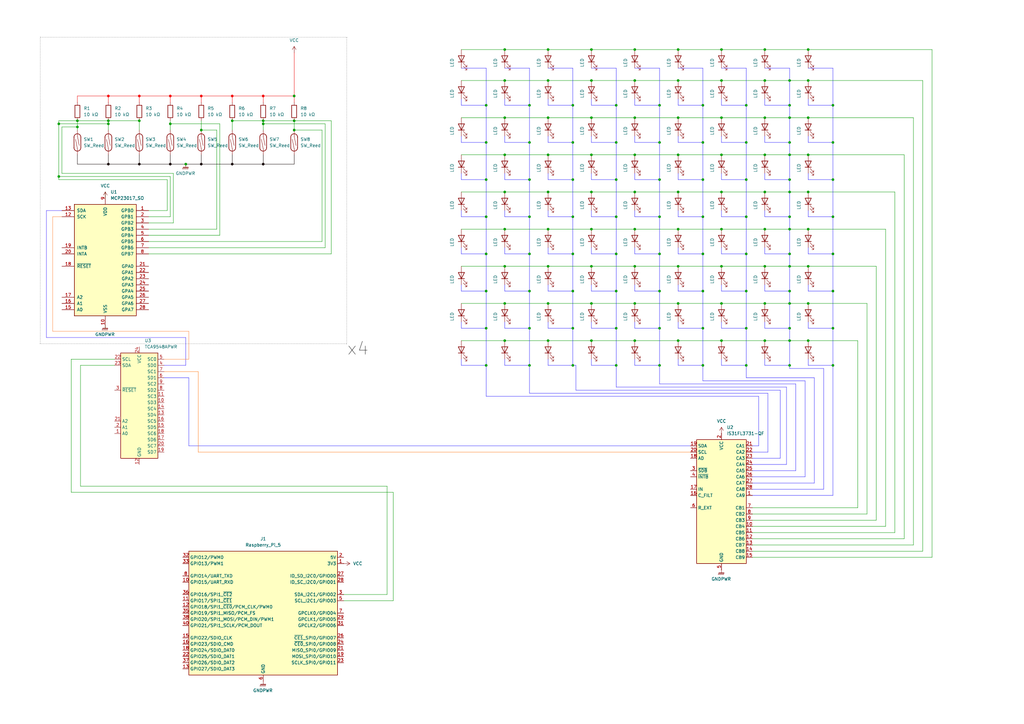
<source format=kicad_sch>
(kicad_sch (version 20250114) (generator "eeschema") (generator_version "9.0")
  (paper "A3")
  (junction (at 120.65 49.53))
  (junction (at 242.57 48.26))
  (junction (at 270.51 149.86))
  (junction (at 217.17 88.9))
  (junction (at 306.07 43.18))
  (junction (at 69.85 67.31) (color 12 0 0 1))
  (junction (at 288.29 104.14))
  (junction (at 313.69 48.26))
  (junction (at 288.29 134.62))
  (junction (at 234.95 43.18))
  (junction (at 341.63 43.18))
  (junction (at 44.45 39.37) (color 235 0 0 1))
  (junction (at 270.51 73.66))
  (junction (at 260.35 93.98))
  (junction (at 199.39 88.9))
  (junction (at 252.73 73.66))
  (junction (at 278.13 109.22))
  (junction (at 57.15 49.53))
  (junction (at 242.57 93.98))
  (junction (at 57.15 39.37) (color 235 0 0 1))
  (junction (at 217.17 104.14))
  (junction (at 234.95 134.62))
  (junction (at 323.85 58.42))
  (junction (at 331.47 78.74))
  (junction (at 323.85 119.38))
  (junction (at 207.01 48.26))
  (junction (at 313.69 20.32))
  (junction (at 323.85 63.5))
  (junction (at 242.57 78.74))
  (junction (at 120.65 53.34))
  (junction (at 323.85 93.98))
  (junction (at 207.01 93.98))
  (junction (at 224.79 48.26))
  (junction (at 323.85 124.46))
  (junction (at 107.95 39.37) (color 235 0 0 1))
  (junction (at 306.07 119.38))
  (junction (at 199.39 134.62))
  (junction (at 295.91 48.26))
  (junction (at 260.35 48.26))
  (junction (at 224.79 78.74))
  (junction (at 323.85 109.22))
  (junction (at 295.91 63.5))
  (junction (at 306.07 58.42))
  (junction (at 199.39 104.14))
  (junction (at 242.57 124.46))
  (junction (at 24.13 50.8))
  (junction (at 234.95 119.38))
  (junction (at 260.35 20.32))
  (junction (at 323.85 48.26))
  (junction (at 295.91 109.22))
  (junction (at 234.95 88.9))
  (junction (at 270.51 104.14))
  (junction (at 217.17 119.38))
  (junction (at 341.63 104.14))
  (junction (at 44.45 67.31) (color 12 0 0 1))
  (junction (at 217.17 134.62))
  (junction (at 313.69 33.02))
  (junction (at 331.47 139.7))
  (junction (at 323.85 139.7))
  (junction (at 323.85 33.02))
  (junction (at 207.01 20.32))
  (junction (at 260.35 109.22))
  (junction (at 260.35 139.7))
  (junction (at 57.15 67.31) (color 12 0 0 1))
  (junction (at 313.69 139.7))
  (junction (at 44.45 50.8))
  (junction (at 242.57 20.32))
  (junction (at 270.51 43.18))
  (junction (at 306.07 134.62))
  (junction (at 69.85 39.37) (color 235 0 0 1))
  (junction (at 306.07 149.86))
  (junction (at 252.73 149.86))
  (junction (at 341.63 73.66))
  (junction (at 234.95 58.42))
  (junction (at 69.85 50.8))
  (junction (at 313.69 124.46))
  (junction (at 242.57 109.22))
  (junction (at 323.85 88.9))
  (junction (at 295.91 93.98))
  (junction (at 323.85 134.62))
  (junction (at 288.29 58.42))
  (junction (at 288.29 73.66))
  (junction (at 82.55 53.34))
  (junction (at 95.25 49.53))
  (junction (at 306.07 73.66))
  (junction (at 323.85 104.14))
  (junction (at 331.47 124.46))
  (junction (at 278.13 124.46))
  (junction (at 341.63 58.42))
  (junction (at 278.13 139.7))
  (junction (at 252.73 134.62))
  (junction (at 199.39 43.18))
  (junction (at 288.29 88.9))
  (junction (at 306.07 88.9))
  (junction (at 252.73 119.38))
  (junction (at 306.07 104.14))
  (junction (at 199.39 58.42))
  (junction (at 95.25 39.37) (color 235 0 0 1))
  (junction (at 217.17 73.66))
  (junction (at 82.55 67.31) (color 12 0 0 1))
  (junction (at 323.85 43.18))
  (junction (at 278.13 63.5))
  (junction (at 295.91 33.02))
  (junction (at 278.13 20.32))
  (junction (at 313.69 109.22))
  (junction (at 31.75 49.53))
  (junction (at 252.73 43.18))
  (junction (at 234.95 104.14))
  (junction (at 341.63 134.62))
  (junction (at 278.13 78.74))
  (junction (at 323.85 149.86))
  (junction (at 288.29 43.18))
  (junction (at 331.47 63.5))
  (junction (at 331.47 48.26))
  (junction (at 288.29 149.86))
  (junction (at 270.51 88.9))
  (junction (at 313.69 93.98))
  (junction (at 76.2 67.31))
  (junction (at 217.17 149.86))
  (junction (at 295.91 20.32))
  (junction (at 217.17 43.18))
  (junction (at 313.69 63.5))
  (junction (at 341.63 88.9))
  (junction (at 242.57 63.5))
  (junction (at 234.95 73.66))
  (junction (at 207.01 109.22))
  (junction (at 44.45 49.53))
  (junction (at 252.73 58.42))
  (junction (at 278.13 48.26))
  (junction (at 224.79 33.02))
  (junction (at 270.51 58.42))
  (junction (at 252.73 104.14))
  (junction (at 234.95 149.86))
  (junction (at 295.91 124.46))
  (junction (at 323.85 73.66))
  (junction (at 331.47 33.02))
  (junction (at 224.79 63.5))
  (junction (at 260.35 124.46))
  (junction (at 31.75 52.07))
  (junction (at 120.65 39.37))
  (junction (at 288.29 119.38))
  (junction (at 207.01 63.5))
  (junction (at 107.95 67.31) (color 12 0 0 1))
  (junction (at 24.13 72.39))
  (junction (at 199.39 73.66))
  (junction (at 260.35 63.5))
  (junction (at 207.01 124.46))
  (junction (at 278.13 93.98))
  (junction (at 270.51 119.38))
  (junction (at 270.51 134.62))
  (junction (at 207.01 33.02))
  (junction (at 199.39 119.38))
  (junction (at 252.73 88.9))
  (junction (at 82.55 39.37) (color 235 0 0 1))
  (junction (at 242.57 139.7))
  (junction (at 242.57 33.02))
  (junction (at 207.01 78.74))
  (junction (at 224.79 139.7))
  (junction (at 199.39 149.86))
  (junction (at 224.79 93.98))
  (junction (at 217.17 58.42))
  (junction (at 260.35 78.74))
  (junction (at 207.01 139.7))
  (junction (at 341.63 149.86))
  (junction (at 278.13 33.02))
  (junction (at 224.79 109.22))
  (junction (at 331.47 93.98))
  (junction (at 331.47 109.22))
  (junction (at 313.69 78.74))
  (junction (at 95.25 67.31) (color 12 0 0 1))
  (junction (at 331.47 20.32))
  (junction (at 224.79 124.46))
  (junction (at 260.35 33.02))
  (junction (at 295.91 78.74))
  (junction (at 341.63 119.38))
  (junction (at 323.85 78.74))
  (junction (at 107.95 50.8))
  (junction (at 107.95 49.53))
  (junction (at 295.91 139.7))
  (junction (at 224.79 20.32))
  (wire (pts (xy 331.47 63.5) (xy 370.84 63.5)))
  (wire (pts (xy 234.95 119.38) (xy 234.95 134.62)) (stroke (width 0) (color 42 31 255 1)))
  (wire (pts (xy 270.51 88.9) (xy 260.35 88.9)) (stroke (width 0) (color 42 31 255 1)))
  (wire (pts (xy 323.85 151.13) (xy 337.82 151.13)) (stroke (width 0) (color 42 31 255 1)))
  (wire (pts (xy 31.75 49.53) (xy 31.75 52.07)))
  (wire (pts (xy 199.39 43.18) (xy 189.23 43.18)) (stroke (width 0) (color 42 31 255 1)))
  (wire (pts (xy 323.85 58.42) (xy 313.69 58.42)) (stroke (width 0) (color 42 31 255 1)))
  (wire (pts (xy 242.57 88.9) (xy 242.57 86.36)) (stroke (width 0) (color 42 31 255 1)))
  (wire (pts (xy 207.01 33.02) (xy 189.23 33.02)))
  (wire (pts (xy 323.85 139.7) (xy 331.47 139.7)))
  (wire (pts (xy 306.07 58.42) (xy 295.91 58.42)) (stroke (width 0) (color 42 31 255 1)))
  (wire (pts (xy 132.08 99.06) (xy 60.96 99.06)))
  (wire (pts (xy 199.39 104.14) (xy 189.23 104.14)) (stroke (width 0) (color 42 31 255 1)))
  (wire (pts (xy 306.07 104.14) (xy 306.07 119.38)) (stroke (width 0) (color 42 31 255 1)))
  (wire (pts (xy 270.51 88.9) (xy 270.51 104.14)) (stroke (width 0) (color 42 31 255 1)))
  (wire (pts (xy 217.17 73.66) (xy 217.17 88.9)) (stroke (width 0) (color 42 31 255 1)))
  (wire (pts (xy 252.73 134.62) (xy 242.57 134.62)) (stroke (width 0) (color 42 31 255 1)))
  (wire (pts (xy 107.95 67.31) (xy 120.65 67.31)) (stroke (width 0) (color 12 0 0 1)))
  (wire (pts (xy 19.05 138.43) (xy 76.2 138.43)) (stroke (width 0) (color 60 37 255 1)))
  (wire (pts (xy 189.23 43.18) (xy 189.23 40.64)) (stroke (width 0) (color 42 31 255 1)))
  (wire (pts (xy 323.85 139.7) (xy 323.85 149.86)) (stroke (width 0) (color 42 31 255 1)))
  (wire (pts (xy 107.95 49.53) (xy 107.95 50.8)))
  (wire (pts (xy 199.39 43.18) (xy 199.39 58.42)) (stroke (width 0) (color 42 31 255 1)))
  (wire (pts (xy 57.15 67.31) (xy 69.85 67.31)) (stroke (width 0) (color 12 0 0 1)))
  (wire (pts (xy 306.07 73.66) (xy 306.07 88.9)) (stroke (width 0) (color 42 31 255 1)))
  (wire (pts (xy 295.91 43.18) (xy 295.91 40.64)) (stroke (width 0) (color 42 31 255 1)))
  (wire (pts (xy 331.47 43.18) (xy 331.47 40.64)) (stroke (width 0) (color 42 31 255 1)))
  (wire (pts (xy 120.65 49.53) (xy 120.65 53.34)))
  (wire (pts (xy 378.46 226.06) (xy 378.46 33.02)))
  (wire (pts (xy 260.35 93.98) (xy 278.13 93.98)))
  (wire (pts (xy 322.58 190.5) (xy 308.61 190.5)) (stroke (width 0) (color 42 31 255 1)))
  (wire (pts (xy 189.23 88.9) (xy 189.23 86.36)) (stroke (width 0) (color 42 31 255 1)))
  (wire (pts (xy 224.79 139.7) (xy 242.57 139.7)))
  (wire (pts (xy 207.01 139.7) (xy 224.79 139.7)))
  (wire (pts (xy 234.95 119.38) (xy 224.79 119.38)) (stroke (width 0) (color 42 31 255 1)))
  (wire (pts (xy 107.95 39.37) (xy 120.65 39.37)) (stroke (width 0) (color 235 0 0 1)))
  (wire (pts (xy 252.73 158.75) (xy 322.58 158.75)) (stroke (width 0) (color 42 31 255 1)))
  (wire (pts (xy 313.69 104.14) (xy 313.69 101.6)) (stroke (width 0) (color 42 31 255 1)))
  (wire (pts (xy 199.39 134.62) (xy 189.23 134.62)) (stroke (width 0) (color 42 31 255 1)))
  (wire (pts (xy 69.85 39.37) (xy 69.85 41.91)) (stroke (width 0) (color 235 0 0 1)))
  (wire (pts (xy 252.73 43.18) (xy 252.73 58.42)) (stroke (width 0) (color 42 31 255 1)))
  (wire (pts (xy 242.57 147.32) (xy 242.57 149.86)) (stroke (width 0) (color 42 31 255 1)))
  (wire (pts (xy 217.17 104.14) (xy 207.01 104.14)) (stroke (width 0) (color 42 31 255 1)))
  (wire (pts (xy 260.35 88.9) (xy 260.35 86.36)) (stroke (width 0) (color 42 31 255 1)))
  (wire (pts (xy 217.17 73.66) (xy 207.01 73.66)) (stroke (width 0) (color 42 31 255 1)))
  (wire (pts (xy 76.2 67.31) (xy 82.55 67.31)) (stroke (width 0) (color 12 0 0 1)))
  (wire (pts (xy 77.47 182.88) (xy 77.47 154.94)) (stroke (width 0) (color 46 38 255 1)))
  (wire (pts (xy 313.69 20.32) (xy 331.47 20.32)))
  (wire (pts (xy 217.17 119.38) (xy 217.17 134.62)) (stroke (width 0) (color 42 31 255 1)))
  (wire (pts (xy 306.07 154.94) (xy 334.01 154.94)) (stroke (width 0) (color 42 31 255 1)))
  (wire (pts (xy 189.23 58.42) (xy 189.23 55.88)) (stroke (width 0) (color 42 31 255 1)))
  (wire (pts (xy 207.01 147.32) (xy 207.01 149.86)) (stroke (width 0) (color 42 31 255 1)))
  (wire (pts (xy 308.61 218.44) (xy 367.03 218.44)))
  (wire (pts (xy 107.95 63.5) (xy 107.95 67.31)) (stroke (width 0) (color 12 0 0 1)))
  (wire (pts (xy 341.63 134.62) (xy 341.63 149.86)) (stroke (width 0) (color 42 31 255 1)))
  (wire (pts (xy 288.29 104.14) (xy 288.29 119.38)) (stroke (width 0) (color 42 31 255 1)))
  (wire (pts (xy 43.18 81.28) (xy 43.18 78.74)))
  (wire (pts (xy 295.91 104.14) (xy 295.91 101.6)) (stroke (width 0) (color 42 31 255 1)))
  (wire (pts (xy 278.13 139.7) (xy 295.91 139.7)))
  (wire (pts (xy 95.25 63.5) (xy 95.25 67.31)) (stroke (width 0) (color 12 0 0 1)))
  (wire (pts (xy 25.4 71.12) (xy 71.12 71.12)))
  (wire (pts (xy 331.47 139.7) (xy 351.79 139.7)))
  (wire (pts (xy 270.51 73.66) (xy 270.51 88.9)) (stroke (width 0) (color 42 31 255 1)))
  (wire (pts (xy 242.57 78.74) (xy 260.35 78.74)))
  (wire (pts (xy 44.45 50.8) (xy 44.45 53.34)))
  (wire (pts (xy 217.17 58.42) (xy 217.17 73.66)) (stroke (width 0) (color 42 31 255 1)))
  (wire (pts (xy 306.07 58.42) (xy 306.07 73.66)) (stroke (width 0) (color 42 31 255 1)))
  (wire (pts (xy 306.07 134.62) (xy 295.91 134.62)) (stroke (width 0) (color 42 31 255 1)))
  (wire (pts (xy 242.57 27.94) (xy 252.73 27.94)) (stroke (width 0) (color 42 31 255 1)))
  (wire (pts (xy 242.57 134.62) (xy 242.57 132.08)) (stroke (width 0) (color 42 31 255 1)))
  (wire (pts (xy 120.65 49.53) (xy 135.89 49.53)))
  (wire (pts (xy 120.65 39.37) (xy 120.65 41.91)) (stroke (width 0) (color 235 0 0 1)))
  (wire (pts (xy 95.25 39.37) (xy 107.95 39.37)) (stroke (width 0) (color 235 0 0 1)))
  (wire (pts (xy 224.79 73.66) (xy 224.79 71.12)) (stroke (width 0) (color 42 31 255 1)))
  (wire (pts (xy 306.07 149.86) (xy 306.07 154.94)) (stroke (width 0) (color 42 31 255 1)))
  (wire (pts (xy 217.17 134.62) (xy 207.01 134.62)) (stroke (width 0) (color 42 31 255 1)))
  (wire (pts (xy 355.6 210.82) (xy 308.61 210.82)))
  (wire (pts (xy 189.23 147.32) (xy 189.23 149.86)) (stroke (width 0) (color 42 31 255 1)))
  (wire (pts (xy 224.79 93.98) (xy 242.57 93.98)))
  (wire (pts (xy 323.85 119.38) (xy 323.85 124.46)) (stroke (width 0) (color 42 31 255 1)))
  (wire (pts (xy 306.07 149.86) (xy 295.91 149.86)) (stroke (width 0) (color 42 31 255 1)))
  (wire (pts (xy 31.75 39.37) (xy 31.75 41.91)) (stroke (width 0) (color 235 0 0 1)))
  (wire (pts (xy 25.4 88.9) (xy 21.59 88.9)) (stroke (width 0) (color 255 134 58 1)))
  (wire (pts (xy 234.95 88.9) (xy 234.95 104.14)) (stroke (width 0) (color 42 31 255 1)))
  (wire (pts (xy 260.35 27.94) (xy 270.51 27.94)) (stroke (width 0) (color 42 31 255 1)))
  (wire (pts (xy 60.96 86.36) (xy 68.58 86.36)))
  (wire (pts (xy 306.07 104.14) (xy 295.91 104.14)) (stroke (width 0) (color 42 31 255 1)))
  (wire (pts (xy 217.17 43.18) (xy 217.17 58.42)) (stroke (width 0) (color 42 31 255 1)))
  (wire (pts (xy 323.85 93.98) (xy 323.85 104.14)) (stroke (width 0) (color 42 31 255 1)))
  (wire (pts (xy 306.07 73.66) (xy 295.91 73.66)) (stroke (width 0) (color 42 31 255 1)))
  (wire (pts (xy 288.29 156.21) (xy 330.2 156.21)) (stroke (width 0) (color 42 31 255 1)))
  (wire (pts (xy 313.69 33.02) (xy 323.85 33.02)))
  (wire (pts (xy 69.85 49.53) (xy 69.85 50.8)))
  (wire (pts (xy 69.85 50.8) (xy 69.85 53.34)))
  (wire (pts (xy 224.79 58.42) (xy 224.79 55.88)) (stroke (width 0) (color 42 31 255 1)))
  (wire (pts (xy 224.79 48.26) (xy 242.57 48.26)))
  (wire (pts (xy 308.61 215.9) (xy 363.22 215.9)))
  (wire (pts (xy 331.47 33.02) (xy 378.46 33.02)))
  (wire (pts (xy 278.13 119.38) (xy 278.13 116.84)) (stroke (width 0) (color 42 31 255 1)))
  (wire (pts (xy 107.95 50.8) (xy 107.95 53.34)))
  (wire (pts (xy 199.39 149.86) (xy 199.39 162.56)) (stroke (width 0) (color 42 31 255 1)))
  (wire (pts (xy 95.25 49.53) (xy 107.95 49.53)))
  (wire (pts (xy 234.95 73.66) (xy 234.95 88.9)) (stroke (width 0) (color 42 31 255 1)))
  (wire (pts (xy 224.79 109.22) (xy 242.57 109.22)))
  (wire (pts (xy 234.95 58.42) (xy 234.95 73.66)) (stroke (width 0) (color 42 31 255 1)))
  (wire (pts (xy 224.79 124.46) (xy 242.57 124.46)))
  (wire (pts (xy 278.13 134.62) (xy 278.13 132.08)) (stroke (width 0) (color 42 31 255 1)))
  (wire (pts (xy 107.95 50.8) (xy 133.35 50.8)))
  (wire (pts (xy 306.07 27.94) (xy 306.07 43.18)) (stroke (width 0) (color 42 31 255 1)))
  (wire (pts (xy 278.13 27.94) (xy 288.29 27.94)) (stroke (width 0) (color 42 31 255 1)))
  (wire (pts (xy 260.35 124.46) (xy 278.13 124.46)))
  (wire (pts (xy 288.29 88.9) (xy 278.13 88.9)) (stroke (width 0) (color 42 31 255 1)))
  (wire (pts (xy 189.23 73.66) (xy 189.23 71.12)) (stroke (width 0) (color 42 31 255 1)))
  (wire (pts (xy 77.47 135.89) (xy 77.47 147.32)) (stroke (width 0) (color 255 134 58 1)))
  (wire (pts (xy 88.9 53.34) (xy 88.9 93.98)))
  (wire (pts (xy 288.29 27.94) (xy 288.29 43.18)) (stroke (width 0) (color 42 31 255 1)))
  (wire (pts (xy 217.17 88.9) (xy 207.01 88.9)) (stroke (width 0) (color 42 31 255 1)))
  (wire (pts (xy 331.47 88.9) (xy 331.47 86.36)) (stroke (width 0) (color 42 31 255 1)))
  (wire (pts (xy 76.2 149.86) (xy 67.31 149.86)) (stroke (width 0) (color 60 37 255 1)))
  (wire (pts (xy 330.2 195.58) (xy 308.61 195.58)) (stroke (width 0) (color 42 31 255 1)))
  (wire (pts (xy 270.51 149.86) (xy 260.35 149.86)) (stroke (width 0) (color 42 31 255 1)))
  (wire (pts (xy 242.57 104.14) (xy 242.57 101.6)) (stroke (width 0) (color 42 31 255 1)))
  (wire (pts (xy 24.13 73.66) (xy 68.58 73.66)))
  (wire (pts (xy 341.63 149.86) (xy 331.47 149.86)) (stroke (width 0) (color 42 31 255 1)))
  (wire (pts (xy 355.6 124.46) (xy 355.6 210.82)))
  (wire (pts (xy 295.91 124.46) (xy 313.69 124.46)))
  (wire (pts (xy 323.85 58.42) (xy 323.85 63.5)) (stroke (width 0) (color 42 31 255 1)))
  (wire (pts (xy 278.13 124.46) (xy 295.91 124.46)))
  (wire (pts (xy 331.47 93.98) (xy 363.22 93.98)))
  (wire (pts (xy 140.97 246.38) (xy 161.29 246.38)))
  (wire (pts (xy 270.51 58.42) (xy 260.35 58.42)) (stroke (width 0) (color 42 31 255 1)))
  (wire (pts (xy 217.17 27.94) (xy 217.17 43.18)) (stroke (width 0) (color 42 31 255 1)))
  (wire (pts (xy 382.27 20.32) (xy 382.27 228.6)))
  (wire (pts (xy 81.28 152.4) (xy 81.28 185.42)) (stroke (width 0) (color 255 122 23 1)))
  (wire (pts (xy 306.07 134.62) (xy 306.07 149.86)) (stroke (width 0) (color 42 31 255 1)))
  (wire (pts (xy 295.91 78.74) (xy 313.69 78.74)))
  (wire (pts (xy 270.51 27.94) (xy 270.51 43.18)) (stroke (width 0) (color 42 31 255 1)))
  (wire (pts (xy 252.73 73.66) (xy 242.57 73.66)) (stroke (width 0) (color 42 31 255 1)))
  (wire (pts (xy 270.51 43.18) (xy 260.35 43.18)) (stroke (width 0) (color 42 31 255 1)))
  (wire (pts (xy 189.23 119.38) (xy 189.23 116.84)) (stroke (width 0) (color 42 31 255 1)))
  (wire (pts (xy 224.79 63.5) (xy 242.57 63.5)))
  (wire (pts (xy 323.85 104.14) (xy 313.69 104.14)) (stroke (width 0) (color 42 31 255 1)))
  (wire (pts (xy 260.35 48.26) (xy 278.13 48.26)))
  (wire (pts (xy 207.01 119.38) (xy 207.01 116.84)) (stroke (width 0) (color 42 31 255 1)))
  (wire (pts (xy 224.79 43.18) (xy 224.79 40.64)) (stroke (width 0) (color 42 31 255 1)))
  (wire (pts (xy 313.69 27.94) (xy 323.85 27.94)) (stroke (width 0) (color 42 31 255 1)))
  (wire (pts (xy 31.75 39.37) (xy 44.45 39.37)) (stroke (width 0) (color 235 0 0 1)))
  (wire (pts (xy 278.13 109.22) (xy 295.91 109.22)))
  (wire (pts (xy 308.61 203.2) (xy 341.63 203.2)) (stroke (width 0) (color 42 31 255 1)))
  (wire (pts (xy 278.13 73.66) (xy 278.13 71.12)) (stroke (width 0) (color 42 31 255 1)))
  (wire (pts (xy 217.17 104.14) (xy 217.17 119.38)) (stroke (width 0) (color 42 31 255 1)))
  (wire (pts (xy 33.02 149.86) (xy 46.99 149.86)))
  (wire (pts (xy 306.07 43.18) (xy 306.07 58.42)) (stroke (width 0) (color 42 31 255 1)))
  (wire (pts (xy 341.63 43.18) (xy 341.63 58.42)) (stroke (width 0) (color 42 31 255 1)))
  (wire (pts (xy 234.95 73.66) (xy 224.79 73.66)) (stroke (width 0) (color 42 31 255 1)))
  (wire (pts (xy 331.47 78.74) (xy 367.03 78.74)))
  (wire (pts (xy 60.96 104.14) (xy 135.89 104.14)))
  (wire (pts (xy 331.47 58.42) (xy 331.47 55.88)) (stroke (width 0) (color 42 31 255 1)))
  (wire (pts (xy 234.95 104.14) (xy 234.95 119.38)) (stroke (width 0) (color 42 31 255 1)))
  (wire (pts (xy 270.51 58.42) (xy 270.51 73.66)) (stroke (width 0) (color 42 31 255 1)))
  (wire (pts (xy 295.91 27.94) (xy 306.07 27.94)) (stroke (width 0) (color 42 31 255 1)))
  (wire (pts (xy 260.35 109.22) (xy 278.13 109.22)))
  (wire (pts (xy 77.47 154.94) (xy 67.31 154.94)) (stroke (width 0) (color 46 38 255 1)))
  (wire (pts (xy 278.13 48.26) (xy 295.91 48.26)))
  (wire (pts (xy 224.79 78.74) (xy 242.57 78.74)))
  (wire (pts (xy 313.69 139.7) (xy 323.85 139.7)))
  (wire (pts (xy 68.58 73.66) (xy 68.58 86.36)))
  (wire (pts (xy 295.91 33.02) (xy 313.69 33.02)))
  (wire (pts (xy 367.03 218.44) (xy 367.03 78.74)))
  (wire (pts (xy 207.01 78.74) (xy 189.23 78.74)))
  (wire (pts (xy 331.47 109.22) (xy 359.41 109.22)))
  (wire (pts (xy 314.96 185.42) (xy 308.61 185.42)) (stroke (width 0) (color 42 31 255 1)))
  (wire (pts (xy 308.61 226.06) (xy 378.46 226.06)))
  (wire (pts (xy 199.39 134.62) (xy 199.39 149.86)) (stroke (width 0) (color 42 31 255 1)))
  (wire (pts (xy 382.27 228.6) (xy 308.61 228.6)))
  (wire (pts (xy 278.13 33.02) (xy 295.91 33.02)))
  (wire (pts (xy 132.08 53.34) (xy 132.08 99.06)))
  (wire (pts (xy 224.79 147.32) (xy 224.79 149.86)) (stroke (width 0) (color 42 31 255 1)))
  (wire (pts (xy 270.51 104.14) (xy 260.35 104.14)) (stroke (width 0) (color 42 31 255 1)))
  (wire (pts (xy 260.35 63.5) (xy 278.13 63.5)))
  (wire (pts (xy 199.39 88.9) (xy 199.39 104.14)) (stroke (width 0) (color 42 31 255 1)))
  (wire (pts (xy 43.18 133.35) (xy 43.18 134.62)))
  (wire (pts (xy 120.65 53.34) (xy 132.08 53.34)))
  (wire (pts (xy 207.01 73.66) (xy 207.01 71.12)) (stroke (width 0) (color 42 31 255 1)))
  (wire (pts (xy 252.73 27.94) (xy 252.73 43.18)) (stroke (width 0) (color 42 31 255 1)))
  (wire (pts (xy 207.01 20.32) (xy 224.79 20.32)))
  (wire (pts (xy 207.01 63.5) (xy 189.23 63.5)))
  (wire (pts (xy 189.23 139.7) (xy 207.01 139.7)))
  (wire (pts (xy 234.95 43.18) (xy 224.79 43.18)) (stroke (width 0) (color 42 31 255 1)))
  (wire (pts (xy 341.63 104.14) (xy 341.63 119.38)) (stroke (width 0) (color 42 31 255 1)))
  (wire (pts (xy 67.31 152.4) (xy 81.28 152.4)) (stroke (width 0) (color 255 122 23 1)))
  (wire (pts (xy 242.57 63.5) (xy 260.35 63.5)))
  (wire (pts (xy 341.63 134.62) (xy 331.47 134.62)) (stroke (width 0) (color 42 31 255 1)))
  (wire (pts (xy 199.39 162.56) (xy 311.15 162.56)) (stroke (width 0) (color 42 31 255 1)))
  (wire (pts (xy 19.05 86.36) (xy 19.05 138.43)) (stroke (width 0) (color 60 37 255 1)))
  (wire (pts (xy 207.01 58.42) (xy 207.01 55.88)) (stroke (width 0) (color 42 31 255 1)))
  (wire (pts (xy 82.55 67.31) (xy 95.25 67.31)) (stroke (width 0) (color 12 0 0 1)))
  (wire (pts (xy 234.95 43.18) (xy 234.95 58.42)) (stroke (width 0) (color 42 31 255 1)))
  (wire (pts (xy 69.85 72.39) (xy 69.85 88.9)))
  (wire (pts (xy 270.51 149.86) (xy 270.51 157.48)) (stroke (width 0) (color 42 31 255 1)))
  (wire (pts (xy 234.95 88.9) (xy 224.79 88.9)) (stroke (width 0) (color 42 31 255 1)))
  (wire (pts (xy 234.95 58.42) (xy 224.79 58.42)) (stroke (width 0) (color 42 31 255 1)))
  (wire (pts (xy 270.51 73.66) (xy 260.35 73.66)) (stroke (width 0) (color 42 31 255 1)))
  (wire (pts (xy 217.17 119.38) (xy 207.01 119.38)) (stroke (width 0) (color 42 31 255 1)))
  (wire (pts (xy 217.17 161.29) (xy 314.96 161.29)) (stroke (width 0) (color 42 31 255 1)))
  (wire (pts (xy 295.91 109.22) (xy 313.69 109.22)))
  (wire (pts (xy 199.39 27.94) (xy 199.39 43.18)) (stroke (width 0) (color 42 31 255 1)))
  (wire (pts (xy 323.85 88.9) (xy 323.85 93.98)) (stroke (width 0) (color 42 31 255 1)))
  (wire (pts (xy 71.12 71.12) (xy 71.12 91.44)))
  (wire (pts (xy 288.29 149.86) (xy 278.13 149.86)) (stroke (width 0) (color 42 31 255 1)))
  (wire (pts (xy 323.85 134.62) (xy 313.69 134.62)) (stroke (width 0) (color 42 31 255 1)))
  (wire (pts (xy 224.79 33.02) (xy 242.57 33.02)))
  (wire (pts (xy 207.01 104.14) (xy 207.01 101.6)) (stroke (width 0) (color 42 31 255 1)))
  (wire (pts (xy 313.69 73.66) (xy 313.69 71.12)) (stroke (width 0) (color 42 31 255 1)))
  (wire (pts (xy 207.01 48.26) (xy 189.23 48.26)))
  (wire (pts (xy 331.47 20.32) (xy 382.27 20.32)))
  (wire (pts (xy 31.75 49.53) (xy 24.13 49.53)))
  (wire (pts (xy 320.04 160.02) (xy 320.04 187.96)) (stroke (width 0) (color 42 31 255 1)))
  (wire (pts (xy 295.91 88.9) (xy 295.91 86.36)) (stroke (width 0) (color 42 31 255 1)))
  (wire (pts (xy 260.35 104.14) (xy 260.35 101.6)) (stroke (width 0) (color 42 31 255 1)))
  (wire (pts (xy 242.57 119.38) (xy 242.57 116.84)) (stroke (width 0) (color 42 31 255 1)))
  (wire (pts (xy 288.29 134.62) (xy 288.29 149.86)) (stroke (width 0) (color 42 31 255 1)))
  (wire (pts (xy 95.25 39.37) (xy 95.25 41.91)) (stroke (width 0) (color 235 0 0 1)))
  (wire (pts (xy 288.29 73.66) (xy 278.13 73.66)) (stroke (width 0) (color 42 31 255 1)))
  (wire (pts (xy 199.39 58.42) (xy 189.23 58.42)) (stroke (width 0) (color 42 31 255 1)))
  (wire (pts (xy 323.85 33.02) (xy 331.47 33.02)))
  (wire (pts (xy 207.01 78.74) (xy 224.79 78.74)))
  (wire (pts (xy 82.55 39.37) (xy 95.25 39.37)) (stroke (width 0) (color 235 0 0 1)))
  (wire (pts (xy 76.2 138.43) (xy 76.2 149.86)) (stroke (width 0) (color 60 37 255 1)))
  (wire (pts (xy 82.55 39.37) (xy 82.55 41.91)) (stroke (width 0) (color 235 0 0 1)))
  (wire (pts (xy 270.51 119.38) (xy 270.51 134.62)) (stroke (width 0) (color 42 31 255 1)))
  (wire (pts (xy 341.63 43.18) (xy 331.47 43.18)) (stroke (width 0) (color 42 31 255 1)))
  (wire (pts (xy 278.13 88.9) (xy 278.13 86.36)) (stroke (width 0) (color 42 31 255 1)))
  (wire (pts (xy 133.35 101.6) (xy 60.96 101.6)))
  (wire (pts (xy 313.69 88.9) (xy 313.69 86.36)) (stroke (width 0) (color 42 31 255 1)))
  (wire (pts (xy 252.73 58.42) (xy 242.57 58.42)) (stroke (width 0) (color 42 31 255 1)))
  (wire (pts (xy 308.61 208.28) (xy 351.79 208.28)))
  (wire (pts (xy 323.85 78.74) (xy 331.47 78.74)))
  (wire (pts (xy 252.73 104.14) (xy 242.57 104.14)) (stroke (width 0) (color 42 31 255 1)))
  (wire (pts (xy 16.51 140.97) (xy 142.24 140.97)) (stroke (width 0) (type dot) (color 0 0 0 1)))
  (wire (pts (xy 341.63 119.38) (xy 341.63 134.62)) (stroke (width 0) (color 42 31 255 1)))
  (wire (pts (xy 207.01 48.26) (xy 224.79 48.26)))
  (wire (pts (xy 133.35 50.8) (xy 133.35 101.6)))
  (wire (pts (xy 260.35 139.7) (xy 278.13 139.7)))
  (wire (pts (xy 331.47 27.94) (xy 341.63 27.94)) (stroke (width 0) (color 42 31 255 1)))
  (wire (pts (xy 224.79 27.94) (xy 234.95 27.94)) (stroke (width 0) (color 42 31 255 1)))
  (wire (pts (xy 82.55 49.53) (xy 82.55 53.34)))
  (wire (pts (xy 322.58 158.75) (xy 322.58 190.5)) (stroke (width 0) (color 42 31 255 1)))
  (wire (pts (xy 252.73 88.9) (xy 252.73 104.14)) (stroke (width 0) (color 42 31 255 1)))
  (wire (pts (xy 288.29 134.62) (xy 278.13 134.62)) (stroke (width 0) (color 42 31 255 1)))
  (wire (pts (xy 295.91 20.32) (xy 313.69 20.32)))
  (wire (pts (xy 323.85 124.46) (xy 323.85 134.62)) (stroke (width 0) (color 42 31 255 1)))
  (wire (pts (xy 351.79 208.28) (xy 351.79 139.7)))
  (wire (pts (xy 217.17 149.86) (xy 207.01 149.86)) (stroke (width 0) (color 42 31 255 1)))
  (wire (pts (xy 295.91 147.32) (xy 295.91 149.86)) (stroke (width 0) (color 42 31 255 1)))
  (wire (pts (xy 331.47 104.14) (xy 331.47 101.6)) (stroke (width 0) (color 42 31 255 1)))
  (wire (pts (xy 217.17 58.42) (xy 207.01 58.42)) (stroke (width 0) (color 42 31 255 1)))
  (wire (pts (xy 90.17 96.52) (xy 60.96 96.52)))
  (wire (pts (xy 217.17 88.9) (xy 217.17 104.14)) (stroke (width 0) (color 42 31 255 1)))
  (wire (pts (xy 44.45 67.31) (xy 57.15 67.31)) (stroke (width 0) (color 12 0 0 1)))
  (wire (pts (xy 234.95 104.14) (xy 224.79 104.14)) (stroke (width 0) (color 42 31 255 1)))
  (wire (pts (xy 374.65 223.52) (xy 374.65 48.26)))
  (wire (pts (xy 252.73 149.86) (xy 252.73 158.75)) (stroke (width 0) (color 42 31 255 1)))
  (wire (pts (xy 252.73 73.66) (xy 252.73 88.9)) (stroke (width 0) (color 42 31 255 1)))
  (wire (pts (xy 25.4 86.36) (xy 19.05 86.36)) (stroke (width 0) (color 60 37 255 1)))
  (wire (pts (xy 288.29 43.18) (xy 278.13 43.18)) (stroke (width 0) (color 42 31 255 1)))
  (wire (pts (xy 252.73 134.62) (xy 252.73 149.86)) (stroke (width 0) (color 42 31 255 1)))
  (wire (pts (xy 199.39 119.38) (xy 189.23 119.38)) (stroke (width 0) (color 42 31 255 1)))
  (wire (pts (xy 295.91 134.62) (xy 295.91 132.08)) (stroke (width 0) (color 42 31 255 1)))
  (wire (pts (xy 270.51 119.38) (xy 260.35 119.38)) (stroke (width 0) (color 42 31 255 1)))
  (wire (pts (xy 242.57 73.66) (xy 242.57 71.12)) (stroke (width 0) (color 42 31 255 1)))
  (wire (pts (xy 95.25 49.53) (xy 95.25 53.34)))
  (wire (pts (xy 252.73 88.9) (xy 242.57 88.9)) (stroke (width 0) (color 42 31 255 1)))
  (wire (pts (xy 44.45 39.37) (xy 44.45 41.91)) (stroke (width 0) (color 235 0 0 1)))
  (wire (pts (xy 283.21 182.88) (xy 77.47 182.88)) (stroke (width 0) (color 46 38 255 1)))
  (wire (pts (xy 278.13 43.18) (xy 278.13 40.64)) (stroke (width 0) (color 42 31 255 1)))
  (wire (pts (xy 323.85 104.14) (xy 323.85 109.22)) (stroke (width 0) (color 42 31 255 1)))
  (wire (pts (xy 323.85 88.9) (xy 313.69 88.9)) (stroke (width 0) (color 42 31 255 1)))
  (wire (pts (xy 207.01 43.18) (xy 207.01 40.64)) (stroke (width 0) (color 42 31 255 1)))
  (wire (pts (xy 242.57 93.98) (xy 260.35 93.98)))
  (wire (pts (xy 306.07 88.9) (xy 295.91 88.9)) (stroke (width 0) (color 42 31 255 1)))
  (wire (pts (xy 278.13 104.14) (xy 278.13 101.6)) (stroke (width 0) (color 42 31 255 1)))
  (wire (pts (xy 242.57 33.02) (xy 260.35 33.02)))
  (wire (pts (xy 323.85 33.02) (xy 323.85 43.18)) (stroke (width 0) (color 42 31 255 1)))
  (wire (pts (xy 323.85 93.98) (xy 331.47 93.98)))
  (wire (pts (xy 288.29 119.38) (xy 288.29 134.62)) (stroke (width 0) (color 42 31 255 1)))
  (wire (pts (xy 81.28 185.42) (xy 283.21 185.42)) (stroke (width 0) (color 255 122 23 1)))
  (wire (pts (xy 270.51 134.62) (xy 260.35 134.62)) (stroke (width 0) (color 42 31 255 1)))
  (wire (pts (xy 242.57 58.42) (xy 242.57 55.88)) (stroke (width 0) (color 42 31 255 1)))
  (wire (pts (xy 313.69 78.74) (xy 323.85 78.74)))
  (wire (pts (xy 60.96 88.9) (xy 69.85 88.9)))
  (wire (pts (xy 306.07 119.38) (xy 306.07 134.62)) (stroke (width 0) (color 42 31 255 1)))
  (wire (pts (xy 199.39 73.66) (xy 189.23 73.66)) (stroke (width 0) (color 42 31 255 1)))
  (wire (pts (xy 95.25 67.31) (xy 107.95 67.31)) (stroke (width 0) (color 12 0 0 1)))
  (wire (pts (xy 207.01 124.46) (xy 189.23 124.46)))
  (wire (pts (xy 323.85 149.86) (xy 313.69 149.86)) (stroke (width 0) (color 42 31 255 1)))
  (wire (pts (xy 331.47 48.26) (xy 374.65 48.26)))
  (wire (pts (xy 295.91 63.5) (xy 313.69 63.5)))
  (wire (pts (xy 217.17 134.62) (xy 217.17 149.86)) (stroke (width 0) (color 42 31 255 1)))
  (wire (pts (xy 217.17 149.86) (xy 217.17 161.29)) (stroke (width 0) (color 42 31 255 1)))
  (wire (pts (xy 337.82 200.66) (xy 308.61 200.66)) (stroke (width 0) (color 42 31 255 1)))
  (wire (pts (xy 331.47 119.38) (xy 331.47 116.84)) (stroke (width 0) (color 42 31 255 1)))
  (wire (pts (xy 252.73 58.42) (xy 252.73 73.66)) (stroke (width 0) (color 42 31 255 1)))
  (wire (pts (xy 224.79 20.32) (xy 242.57 20.32)))
  (wire (pts (xy 308.61 193.04) (xy 326.39 193.04)) (stroke (width 0) (color 42 31 255 1)))
  (wire (pts (xy 224.79 119.38) (xy 224.79 116.84)) (stroke (width 0) (color 42 31 255 1)))
  (wire (pts (xy 29.21 201.93) (xy 29.21 147.32)))
  (wire (pts (xy 323.85 63.5) (xy 331.47 63.5)))
  (wire (pts (xy 308.61 220.98) (xy 370.84 220.98)))
  (wire (pts (xy 24.13 72.39) (xy 69.85 72.39)))
  (wire (pts (xy 341.63 104.14) (xy 331.47 104.14)) (stroke (width 0) (color 42 31 255 1)))
  (wire (pts (xy 288.29 58.42) (xy 278.13 58.42)) (stroke (width 0) (color 42 31 255 1)))
  (wire (pts (xy 24.13 72.39) (xy 24.13 73.66)))
  (wire (pts (xy 161.29 246.38) (xy 161.29 201.93)))
  (wire (pts (xy 142.24 15.24) (xy 16.51 15.24)) (stroke (width 0) (type dot) (color 0 0 0 1)))
  (wire (pts (xy 323.85 124.46) (xy 331.47 124.46)))
  (wire (pts (xy 278.13 58.42) (xy 278.13 55.88)) (stroke (width 0) (color 42 31 255 1)))
  (wire (pts (xy 236.22 149.86) (xy 234.95 149.86)) (stroke (width 0) (color 42 31 255 1)))
  (wire (pts (xy 306.07 88.9) (xy 306.07 104.14)) (stroke (width 0) (color 42 31 255 1)))
  (wire (pts (xy 323.85 43.18) (xy 313.69 43.18)) (stroke (width 0) (color 42 31 255 1)))
  (wire (pts (xy 295.91 93.98) (xy 313.69 93.98)))
  (wire (pts (xy 21.59 88.9) (xy 21.59 135.89)) (stroke (width 0) (color 255 134 58 1)))
  (wire (pts (xy 323.85 63.5) (xy 323.85 73.66)) (stroke (width 0) (color 42 31 255 1)))
  (wire (pts (xy 31.75 52.07) (xy 31.75 53.34)))
  (wire (pts (xy 189.23 27.94) (xy 199.39 27.94)) (stroke (width 0) (color 42 31 255 1)))
  (wire (pts (xy 341.63 27.94) (xy 341.63 43.18)) (stroke (width 0) (color 42 31 255 1)))
  (wire (pts (xy 69.85 67.31) (xy 76.2 67.31)) (stroke (width 0) (color 12 0 0 1)))
  (wire (pts (xy 24.13 49.53) (xy 24.13 50.8)))
  (wire (pts (xy 252.73 119.38) (xy 242.57 119.38)) (stroke (width 0) (color 42 31 255 1)))
  (wire (pts (xy 242.57 48.26) (xy 260.35 48.26)))
  (wire (pts (xy 260.35 78.74) (xy 278.13 78.74)))
  (wire (pts (xy 236.22 149.86) (xy 236.22 160.02)) (stroke (width 0) (color 42 31 255 1)))
  (wire (pts (xy 90.17 50.8) (xy 90.17 96.52)))
  (wire (pts (xy 234.95 27.94) (xy 234.95 43.18)) (stroke (width 0) (color 42 31 255 1)))
  (wire (pts (xy 120.65 63.5) (xy 120.65 67.31)) (stroke (width 0) (color 12 0 0 1)))
  (wire (pts (xy 82.55 63.5) (xy 82.55 67.31)) (stroke (width 0) (color 12 0 0 1)))
  (wire (pts (xy 234.95 134.62) (xy 224.79 134.62)) (stroke (width 0) (color 42 31 255 1)))
  (wire (pts (xy 270.51 43.18) (xy 270.51 58.42)) (stroke (width 0) (color 42 31 255 1)))
  (wire (pts (xy 207.01 93.98) (xy 189.23 93.98)))
  (wire (pts (xy 331.47 147.32) (xy 331.47 149.86)) (stroke (width 0) (color 42 31 255 1)))
  (wire (pts (xy 278.13 20.32) (xy 295.91 20.32)))
  (wire (pts (xy 199.39 73.66) (xy 199.39 88.9)) (stroke (width 0) (color 42 31 255 1)))
  (wire (pts (xy 242.57 109.22) (xy 260.35 109.22)))
  (wire (pts (xy 199.39 88.9) (xy 189.23 88.9)) (stroke (width 0) (color 42 31 255 1)))
  (wire (pts (xy 341.63 58.42) (xy 331.47 58.42)) (stroke (width 0) (color 42 31 255 1)))
  (wire (pts (xy 57.15 39.37) (xy 69.85 39.37)) (stroke (width 0) (color 235 0 0 1)))
  (wire (pts (xy 260.35 43.18) (xy 260.35 40.64)) (stroke (width 0) (color 42 31 255 1)))
  (wire (pts (xy 288.29 104.14) (xy 278.13 104.14)) (stroke (width 0) (color 42 31 255 1)))
  (wire (pts (xy 242.57 43.18) (xy 242.57 40.64)) (stroke (width 0) (color 42 31 255 1)))
  (wire (pts (xy 341.63 88.9) (xy 341.63 104.14)) (stroke (width 0) (color 42 31 255 1)))
  (wire (pts (xy 288.29 119.38) (xy 278.13 119.38)) (stroke (width 0) (color 42 31 255 1)))
  (wire (pts (xy 142.24 140.97) (xy 142.24 15.24)) (stroke (width 0) (type dot) (color 0 0 0 1)))
  (wire (pts (xy 224.79 104.14) (xy 224.79 101.6)) (stroke (width 0) (color 42 31 255 1)))
  (wire (pts (xy 57.15 49.53) (xy 44.45 49.53)))
  (wire (pts (xy 88.9 53.34) (xy 82.55 53.34)))
  (wire (pts (xy 331.47 73.66) (xy 331.47 71.12)) (stroke (width 0) (color 42 31 255 1)))
  (wire (pts (xy 330.2 156.21) (xy 330.2 195.58)) (stroke (width 0) (color 42 31 255 1)))
  (wire (pts (xy 252.73 149.86) (xy 242.57 149.86)) (stroke (width 0) (color 42 31 255 1)))
  (wire (pts (xy 217.17 43.18) (xy 207.01 43.18)) (stroke (width 0) (color 42 31 255 1)))
  (wire (pts (xy 31.75 67.31) (xy 44.45 67.31)) (stroke (width 0) (color 12 0 0 1)))
  (wire (pts (xy 278.13 63.5) (xy 295.91 63.5)))
  (wire (pts (xy 207.01 88.9) (xy 207.01 86.36)) (stroke (width 0) (color 42 31 255 1)))
  (wire (pts (xy 207.01 27.94) (xy 217.17 27.94)) (stroke (width 0) (color 42 31 255 1)))
  (wire (pts (xy 242.57 139.7) (xy 260.35 139.7)))
  (wire (pts (xy 341.63 149.86) (xy 341.63 203.2)) (stroke (width 0) (color 42 31 255 1)))
  (wire (pts (xy 295.91 58.42) (xy 295.91 55.88)) (stroke (width 0) (color 42 31 255 1)))
  (wire (pts (xy 88.9 93.98) (xy 60.96 93.98)))
  (wire (pts (xy 278.13 93.98) (xy 295.91 93.98)))
  (wire (pts (xy 260.35 33.02) (xy 278.13 33.02)))
  (wire (pts (xy 370.84 220.98) (xy 370.84 63.5)))
  (wire (pts (xy 260.35 20.32) (xy 278.13 20.32)))
  (wire (pts (xy 140.97 243.84) (xy 158.75 243.84)))
  (wire (pts (xy 234.95 134.62) (xy 234.95 149.86)) (stroke (width 0) (color 42 31 255 1)))
  (wire (pts (xy 207.01 134.62) (xy 207.01 132.08)) (stroke (width 0) (color 42 31 255 1)))
  (wire (pts (xy 306.07 119.38) (xy 295.91 119.38)) (stroke (width 0) (color 42 31 255 1)))
  (wire (pts (xy 295.91 48.26) (xy 313.69 48.26)))
  (wire (pts (xy 120.65 21.59) (xy 120.65 39.37)) (stroke (width 0) (color 235 0 0 1)))
  (wire (pts (xy 323.85 43.18) (xy 323.85 48.26)) (stroke (width 0) (color 42 31 255 1)))
  (wire (pts (xy 107.95 49.53) (xy 120.65 49.53)))
  (wire (pts (xy 135.89 49.53) (xy 135.89 104.14)))
  (wire (pts (xy 313.69 63.5) (xy 323.85 63.5)))
  (wire (pts (xy 306.07 43.18) (xy 295.91 43.18)) (stroke (width 0) (color 42 31 255 1)))
  (wire (pts (xy 158.75 199.39) (xy 33.02 199.39)))
  (wire (pts (xy 288.29 73.66) (xy 288.29 88.9)) (stroke (width 0) (color 42 31 255 1)))
  (wire (pts (xy 252.73 119.38) (xy 252.73 134.62)) (stroke (width 0) (color 42 31 255 1)))
  (wire (pts (xy 224.79 134.62) (xy 224.79 132.08)) (stroke (width 0) (color 42 31 255 1)))
  (wire (pts (xy 44.45 49.53) (xy 44.45 50.8)))
  (wire (pts (xy 323.85 134.62) (xy 323.85 139.7)) (stroke (width 0) (color 42 31 255 1)))
  (wire (pts (xy 21.59 135.89) (xy 77.47 135.89)) (stroke (width 0) (color 255 134 58 1)))
  (wire (pts (xy 199.39 119.38) (xy 199.39 134.62)) (stroke (width 0) (color 42 31 255 1)))
  (wire (pts (xy 323.85 48.26) (xy 331.47 48.26)))
  (wire (pts (xy 313.69 109.22) (xy 323.85 109.22)))
  (wire (pts (xy 323.85 119.38) (xy 313.69 119.38)) (stroke (width 0) (color 42 31 255 1)))
  (wire (pts (xy 260.35 58.42) (xy 260.35 55.88)) (stroke (width 0) (color 42 31 255 1)))
  (wire (pts (xy 207.01 63.5) (xy 224.79 63.5)))
  (wire (pts (xy 341.63 73.66) (xy 341.63 88.9)) (stroke (width 0) (color 42 31 255 1)))
  (wire (pts (xy 313.69 93.98) (xy 323.85 93.98)))
  (wire (pts (xy 44.45 49.53) (xy 31.75 49.53)))
  (wire (pts (xy 207.01 93.98) (xy 224.79 93.98)))
  (wire (pts (xy 69.85 39.37) (xy 82.55 39.37)) (stroke (width 0) (color 235 0 0 1)))
  (wire (pts (xy 252.73 43.18) (xy 242.57 43.18)) (stroke (width 0) (color 42 31 255 1)))
  (wire (pts (xy 359.41 213.36) (xy 359.41 109.22)))
  (wire (pts (xy 57.15 49.53) (xy 57.15 53.34)))
  (wire (pts (xy 308.61 223.52) (xy 374.65 223.52)))
  (wire (pts (xy 313.69 134.62) (xy 313.69 132.08)) (stroke (width 0) (color 42 31 255 1)))
  (wire (pts (xy 57.15 39.37) (xy 57.15 41.91)) (stroke (width 0) (color 235 0 0 1)))
  (wire (pts (xy 260.35 119.38) (xy 260.35 116.84)) (stroke (width 0) (color 42 31 255 1)))
  (wire (pts (xy 295.91 73.66) (xy 295.91 71.12)) (stroke (width 0) (color 42 31 255 1)))
  (wire (pts (xy 260.35 73.66) (xy 260.35 71.12)) (stroke (width 0) (color 42 31 255 1)))
  (wire (pts (xy 314.96 161.29) (xy 314.96 185.42)) (stroke (width 0) (color 42 31 255 1)))
  (wire (pts (xy 57.15 63.5) (xy 57.15 67.31)) (stroke (width 0) (color 12 0 0 1)))
  (wire (pts (xy 331.47 124.46) (xy 355.6 124.46)))
  (wire (pts (xy 224.79 88.9) (xy 224.79 86.36)) (stroke (width 0) (color 42 31 255 1)))
  (wire (pts (xy 341.63 119.38) (xy 331.47 119.38)) (stroke (width 0) (color 42 31 255 1)))
  (wire (pts (xy 199.39 149.86) (xy 189.23 149.86)) (stroke (width 0) (color 42 31 255 1)))
  (wire (pts (xy 207.01 109.22) (xy 189.23 109.22)))
  (wire (pts (xy 334.01 198.12) (xy 308.61 198.12)) (stroke (width 0) (color 42 31 255 1)))
  (wire (pts (xy 31.75 63.5) (xy 31.75 67.31)) (stroke (width 0) (color 12 0 0 1)))
  (wire (pts (xy 323.85 149.86) (xy 323.85 151.13)) (stroke (width 0) (color 42 31 255 1)))
  (wire (pts (xy 313.69 48.26) (xy 323.85 48.26)))
  (wire (pts (xy 341.63 73.66) (xy 331.47 73.66)) (stroke (width 0) (color 42 31 255 1)))
  (wire (pts (xy 334.01 154.94) (xy 334.01 198.12)) (stroke (width 0) (color 42 31 255 1)))
  (wire (pts (xy 270.51 134.62) (xy 270.51 149.86)) (stroke (width 0) (color 42 31 255 1)))
  (wire (pts (xy 323.85 73.66) (xy 323.85 78.74)) (stroke (width 0) (color 42 31 255 1)))
  (wire (pts (xy 77.47 147.32) (xy 67.31 147.32)) (stroke (width 0) (color 255 134 58 1)))
  (wire (pts (xy 69.85 63.5) (xy 69.85 67.31)) (stroke (width 0) (color 12 0 0 1)))
  (wire (pts (xy 313.69 147.32) (xy 313.69 149.86)) (stroke (width 0) (color 42 31 255 1)))
  (wire (pts (xy 107.95 39.37) (xy 107.95 41.91)) (stroke (width 0) (color 235 0 0 1)))
  (wire (pts (xy 242.57 20.32) (xy 260.35 20.32)))
  (wire (pts (xy 44.45 50.8) (xy 24.13 50.8)))
  (wire (pts (xy 323.85 109.22) (xy 323.85 119.38)) (stroke (width 0) (color 42 31 255 1)))
  (wire (pts (xy 29.21 147.32) (xy 46.99 147.32)))
  (wire (pts (xy 323.85 48.26) (xy 323.85 58.42)) (stroke (width 0) (color 42 31 255 1)))
  (wire (pts (xy 295.91 139.7) (xy 313.69 139.7)))
  (wire (pts (xy 260.35 134.62) (xy 260.35 132.08)) (stroke (width 0) (color 42 31 255 1)))
  (wire (pts (xy 270.51 157.48) (xy 326.39 157.48)) (stroke (width 0) (color 42 31 255 1)))
  (wire (pts (xy 207.01 124.46) (xy 224.79 124.46)))
  (wire (pts (xy 295.91 119.38) (xy 295.91 116.84)) (stroke (width 0) (color 42 31 255 1)))
  (wire (pts (xy 16.51 15.24) (xy 16.51 140.97)) (stroke (width 0) (type dot) (color 0 0 0 1)))
  (wire (pts (xy 161.29 201.93) (xy 29.21 201.93)))
  (wire (pts (xy 252.73 104.14) (xy 252.73 119.38)) (stroke (width 0) (color 42 31 255 1)))
  (wire (pts (xy 207.01 109.22) (xy 224.79 109.22)))
  (wire (pts (xy 288.29 43.18) (xy 288.29 58.42)) (stroke (width 0) (color 42 31 255 1)))
  (wire (pts (xy 323.85 78.74) (xy 323.85 88.9)) (stroke (width 0) (color 42 31 255 1)))
  (wire (pts (xy 33.02 199.39) (xy 33.02 149.86)))
  (wire (pts (xy 308.61 213.36) (xy 359.41 213.36)))
  (wire (pts (xy 341.63 58.42) (xy 341.63 73.66)) (stroke (width 0) (color 42 31 255 1)))
  (wire (pts (xy 71.12 91.44) (xy 60.96 91.44)))
  (wire (pts (xy 288.29 58.42) (xy 288.29 73.66)) (stroke (width 0) (color 42 31 255 1)))
  (wire (pts (xy 260.35 147.32) (xy 260.35 149.86)) (stroke (width 0) (color 42 31 255 1)))
  (wire (pts (xy 24.13 50.8) (xy 24.13 72.39)))
  (wire (pts (xy 270.51 104.14) (xy 270.51 119.38)) (stroke (width 0) (color 42 31 255 1)))
  (wire (pts (xy 363.22 93.98) (xy 363.22 215.9)))
  (wire (pts (xy 323.85 27.94) (xy 323.85 33.02)) (stroke (width 0) (color 42 31 255 1)))
  (wire (pts (xy 44.45 39.37) (xy 57.15 39.37)) (stroke (width 0) (color 235 0 0 1)))
  (wire (pts (xy 31.75 52.07) (xy 25.4 52.07)))
  (wire (pts (xy 189.23 104.14) (xy 189.23 101.6)) (stroke (width 0) (color 42 31 255 1)))
  (wire (pts (xy 331.47 134.62) (xy 331.47 132.08)) (stroke (width 0) (color 42 31 255 1)))
  (wire (pts (xy 308.61 187.96) (xy 320.04 187.96)) (stroke (width 0) (color 42 31 255 1)))
  (wire (pts (xy 189.23 134.62) (xy 189.23 132.08)) (stroke (width 0) (color 42 31 255 1)))
  (wire (pts (xy 234.95 149.86) (xy 224.79 149.86)) (stroke (width 0) (color 42 31 255 1)))
  (wire (pts (xy 313.69 43.18) (xy 313.69 40.64)) (stroke (width 0) (color 42 31 255 1)))
  (wire (pts (xy 311.15 182.88) (xy 308.61 182.88)) (stroke (width 0) (color 42 31 255 1)))
  (wire (pts (xy 337.82 151.13) (xy 337.82 200.66)) (stroke (width 0) (color 42 31 255 1)))
  (wire (pts (xy 278.13 78.74) (xy 295.91 78.74)))
  (wire (pts (xy 207.01 33.02) (xy 224.79 33.02)))
  (wire (pts (xy 326.39 157.48) (xy 326.39 193.04)) (stroke (width 0) (color 42 31 255 1)))
  (wire (pts (xy 313.69 58.42) (xy 313.69 55.88)) (stroke (width 0) (color 42 31 255 1)))
  (wire (pts (xy 44.45 63.5) (xy 44.45 67.31)) (stroke (width 0) (color 12 0 0 1)))
  (wire (pts (xy 158.75 243.84) (xy 158.75 199.39)))
  (wire (pts (xy 323.85 109.22) (xy 331.47 109.22)))
  (wire (pts (xy 311.15 162.56) (xy 311.15 182.88)) (stroke (width 0) (color 42 31 255 1)))
  (wire (pts (xy 288.29 88.9) (xy 288.29 104.14)) (stroke (width 0) (color 42 31 255 1)))
  (wire (pts (xy 199.39 104.14) (xy 199.39 119.38)) (stroke (width 0) (color 42 31 255 1)))
  (wire (pts (xy 341.63 88.9) (xy 331.47 88.9)) (stroke (width 0) (color 42 31 255 1)))
  (wire (pts (xy 242.57 124.46) (xy 260.35 124.46)))
  (wire (pts (xy 236.22 160.02) (xy 320.04 160.02)) (stroke (width 0) (color 42 31 255 1)))
  (wire (pts (xy 313.69 119.38) (xy 313.69 116.84)) (stroke (width 0) (color 42 31 255 1)))
  (wire (pts (xy 25.4 52.07) (xy 25.4 71.12)))
  (wire (pts (xy 313.69 124.46) (xy 323.85 124.46)))
  (wire (pts (xy 189.23 20.32) (xy 207.01 20.32)))
  (wire (pts (xy 69.85 50.8) (xy 90.17 50.8)))
  (wire (pts (xy 323.85 73.66) (xy 313.69 73.66)) (stroke (width 0) (color 42 31 255 1)))
  (wire (pts (xy 288.29 149.86) (xy 288.29 156.21)) (stroke (width 0) (color 42 31 255 1)))
  (wire (pts (xy 278.13 147.32) (xy 278.13 149.86)) (stroke (width 0) (color 42 31 255 1)))
  (wire (pts (xy 199.39 58.42) (xy 199.39 73.66)) (stroke (width 0) (color 42 31 255 1)))
  (label "x4" (at 142.24 147.32 0) (effects (font (size 5.08 5.08))))
  (symbol (lib_id "Driver_LED:IS31FL3731-QF") (at 295.91 205.74 0) (unit 1)
    (property "Reference" "U2" (at 298.0533 175.26 0) (effects (justify left)))
    (property "Value" "IS31FL3731-QF" (at 298.0533 177.8 0) (effects (justify left)))
    (property "Footprint" "Package_DFN_QFN:QFN-28-1EP_4x4mm_P0.4mm_EP2.3x2.3mm" (effects (hide yes)))
    (property "Datasheet" "http://www.issi.com/WW/pdf/31FL3731.pdf" (effects (hide yes)))
    (property "Description" "9x16 LED matrix driver with 8-bit PWM and breathing, QFN-28" (effects (hide yes)))
  )
  (symbol (lib_id "Device:LED") (at 260.35 82.55 90) (unit 1)
    (property "Reference" "D35" (effects (hide yes)))
    (property "Value" "LED" (at 256.54 84.1375 0))
    (property "Description" "Light emitting diode" (effects (hide yes)))
    (property "Sim.Pins" "1=K 2=A" (effects (hide yes)))
  )
  (symbol (lib_id "power:GNDPWR") (at 107.95 279.4 0) (unit 1)
    (property "Reference" "#PWR06" (effects (hide yes)))
    (property "Value" "GNDPWR" (at 107.823 283.21 0))
    (property "Description" "Power symbol creates a global label with name \"GNDPWR\" , global ground" (effects (hide yes)))
  )
  (symbol (lib_id "Device:LED") (at 260.35 128.27 90) (unit 1)
    (property "Reference" "D38" (effects (hide yes)))
    (property "Value" "LED" (at 256.54 129.8575 0))
    (property "Description" "Light emitting diode" (effects (hide yes)))
    (property "Sim.Pins" "1=K 2=A" (effects (hide yes)))
  )
  (symbol (lib_id "Device:LED") (at 242.57 82.55 90) (unit 1)
    (property "Reference" "D45" (effects (hide yes)))
    (property "Value" "LED" (at 238.76 84.1375 0))
    (property "Description" "Light emitting diode" (effects (hide yes)))
    (property "Sim.Pins" "1=K 2=A" (effects (hide yes)))
  )
  (symbol (lib_id "Device:LED") (at 224.79 36.83 90) (unit 1)
    (property "Reference" "D52" (effects (hide yes)))
    (property "Value" "LED" (at 220.98 38.4175 0))
    (property "Description" "Light emitting diode" (effects (hide yes)))
    (property "Sim.Pins" "1=K 2=A" (effects (hide yes)))
  )
  (symbol (lib_id "Switch:SW_Reed") (at 82.55 58.42 90) (unit 1)
    (property "Reference" "SW5" (at 85.09 57.1499 90) (effects (justify right)))
    (property "Value" "SW_Reed" (at 85.09 59.6899 90) (effects (justify right)))
    (property "Description" "reed switch" (effects (hide yes)))
  )
  (symbol (lib_id "Switch:SW_Reed") (at 31.75 58.42 90) (unit 1)
    (property "Reference" "SW1" (at 34.29 57.1499 90) (effects (justify right)))
    (property "Value" "SW_Reed" (at 34.29 59.6899 90) (effects (justify right)))
    (property "Description" "reed switch" (effects (hide yes)))
  )
  (symbol (lib_id "Device:LED") (at 313.69 113.03 90) (unit 1)
    (property "Reference" "D7" (effects (hide yes)))
    (property "Value" "LED" (at 309.88 114.6175 0))
    (property "Description" "Light emitting diode" (effects (hide yes)))
    (property "Sim.Pins" "1=K 2=A" (effects (hide yes)))
  )
  (symbol (lib_id "Device:LED") (at 260.35 36.83 90) (unit 1)
    (property "Reference" "D31" (effects (hide yes)))
    (property "Value" "LED" (at 256.54 38.4175 0))
    (property "Description" "Light emitting diode" (effects (hide yes)))
    (property "Sim.Pins" "1=K 2=A" (effects (hide yes)))
  )
  (symbol (lib_id "Device:LED") (at 278.13 82.55 90) (unit 1)
    (property "Reference" "D25" (effects (hide yes)))
    (property "Value" "LED" (at 274.32 84.1375 0))
    (property "Description" "Light emitting diode" (effects (hide yes)))
    (property "Sim.Pins" "1=K 2=A" (effects (hide yes)))
  )
  (symbol (lib_id "Device:LED") (at 224.79 113.03 90) (unit 1)
    (property "Reference" "D57" (effects (hide yes)))
    (property "Value" "LED" (at 220.98 114.6175 0))
    (property "Description" "Light emitting diode" (effects (hide yes)))
    (property "Sim.Pins" "1=K 2=A" (effects (hide yes)))
  )
  (symbol (lib_id "Device:LED") (at 224.79 97.79 90) (unit 1)
    (property "Reference" "D56" (effects (hide yes)))
    (property "Value" "LED" (at 220.98 99.3775 0))
    (property "Description" "Light emitting diode" (effects (hide yes)))
    (property "Sim.Pins" "1=K 2=A" (effects (hide yes)))
  )
  (symbol (lib_id "Device:LED") (at 331.47 113.03 90) (unit 1)
    (property "Reference" "D69" (effects (hide yes)))
    (property "Value" "LED" (at 327.66 114.6175 0))
    (property "Description" "Light emitting diode" (effects (hide yes)))
    (property "Sim.Pins" "1=K 2=A" (effects (hide yes)))
  )
  (symbol (lib_id "Device:LED") (at 295.91 82.55 90) (unit 1)
    (property "Reference" "D14" (effects (hide yes)))
    (property "Value" "LED" (at 292.1 84.1375 0))
    (property "Description" "Light emitting diode" (effects (hide yes)))
    (property "Sim.Pins" "1=K 2=A" (effects (hide yes)))
  )
  (symbol (lib_id "Device:LED") (at 242.57 52.07 90) (unit 1)
    (property "Reference" "D43" (effects (hide yes)))
    (property "Value" "LED" (at 238.76 53.6575 0))
    (property "Description" "Light emitting diode" (effects (hide yes)))
    (property "Sim.Pins" "1=K 2=A" (effects (hide yes)))
  )
  (symbol (lib_id "Device:LED") (at 278.13 128.27 90) (unit 1)
    (property "Reference" "D28" (effects (hide yes)))
    (property "Value" "LED" (at 274.32 129.8575 0))
    (property "Description" "Light emitting diode" (effects (hide yes)))
    (property "Sim.Pins" "1=K 2=A" (effects (hide yes)))
  )
  (symbol (lib_id "Device:LED") (at 207.01 143.51 90) (unit 1)
    (property "Reference" "D70" (effects (hide yes)))
    (property "Value" "LED" (effects (hide yes)))
    (property "Description" "Light emitting diode" (effects (hide yes)))
    (property "Sim.Pins" "1=K 2=A" (effects (hide yes)))
  )
  (symbol (lib_id "Device:LED") (at 189.23 128.27 90) (unit 1)
    (property "Reference" "D79" (effects (hide yes)))
    (property "Value" "LED" (at 185.42 129.8575 0))
    (property "Description" "Light emitting diode" (effects (hide yes)))
    (property "Sim.Pins" "1=K 2=A" (effects (hide yes)))
  )
  (symbol (lib_id "Interface_Expansion:MCP23017_SO") (at 43.18 106.68 0) (unit 1)
    (property "Reference" "U1" (at 45.3233 78.74 0) (effects (justify left)))
    (property "Value" "MCP23017_SO" (at 45.3233 81.28 0) (effects (justify left)))
    (property "Footprint" "Package_SO:SOIC-28W_7.5x17.9mm_P1.27mm" (effects (hide yes)))
    (property "Datasheet" "https://ww1.microchip.com/downloads/aemDocuments/documents/APID/ProductDocuments/DataSheets/MCP23017-Data-Sheet-DS20001952.pdf" (effects (hide yes)))
    (property "Description" "16-bit I/O expander, I2C, interrupts, w pull-ups, GPA/B7 output only (https://microchip.my.site.com/s/article/GPA7---GPB7-Cannot-Be-Used-as-Inputs-In-MCP23017),  SOIC-28" (effects (hide yes)))
  )
  (symbol (lib_id "Switch:SW_Reed") (at 57.15 58.42 90) (unit 1)
    (property "Reference" "SW3" (at 59.69 57.1499 90) (effects (justify right)))
    (property "Value" "SW_Reed" (at 59.69 59.6899 90) (effects (justify right)))
    (property "Description" "reed switch" (effects (hide yes)))
  )
  (symbol (lib_id "Device:LED") (at 207.01 128.27 90) (unit 1)
    (property "Reference" "D68" (effects (hide yes)))
    (property "Value" "LED" (at 203.2 129.8575 0))
    (property "Description" "Light emitting diode" (effects (hide yes)))
    (property "Sim.Pins" "1=K 2=A" (effects (hide yes)))
  )
  (symbol (lib_id "Device:LED") (at 313.69 67.31 90) (unit 1)
    (property "Reference" "D4" (effects (hide yes)))
    (property "Value" "LED" (at 309.88 68.8975 0))
    (property "Description" "Light emitting diode" (effects (hide yes)))
    (property "Sim.Pins" "1=K 2=A" (effects (hide yes)))
  )
  (symbol (lib_id "Device:LED") (at 207.01 24.13 90) (unit 1)
    (property "Reference" "D61" (effects (hide yes)))
    (property "Value" "LED" (at 203.2 25.7175 0))
    (property "Description" "Light emitting diode" (effects (hide yes)))
    (property "Sim.Pins" "1=K 2=A" (effects (hide yes)))
  )
  (symbol (lib_id "Device:LED") (at 295.91 113.03 90) (unit 1)
    (property "Reference" "D17" (effects (hide yes)))
    (property "Value" "LED" (at 292.1 114.6175 0))
    (property "Description" "Light emitting diode" (effects (hide yes)))
    (property "Sim.Pins" "1=K 2=A" (effects (hide yes)))
  )
  (symbol (lib_id "Device:LED") (at 313.69 24.13 90) (unit 1)
    (property "Reference" "D1" (effects (hide yes)))
    (property "Value" "LED" (at 309.88 25.7175 0))
    (property "Description" "Light emitting diode" (effects (hide yes)))
    (property "Sim.Pins" "1=K 2=A" (effects (hide yes)))
  )
  (symbol (lib_id "Device:LED") (at 242.57 113.03 90) (unit 1)
    (property "Reference" "D47" (effects (hide yes)))
    (property "Value" "LED" (at 238.76 114.6175 0))
    (property "Description" "Light emitting diode" (effects (hide yes)))
    (property "Sim.Pins" "1=K 2=A" (effects (hide yes)))
  )
  (symbol (lib_id "Device:LED") (at 189.23 113.03 90) (unit 1)
    (property "Reference" "D77" (effects (hide yes)))
    (property "Value" "LED" (at 185.42 114.6175 0))
    (property "Description" "Light emitting diode" (effects (hide yes)))
    (property "Sim.Pins" "1=K 2=A" (effects (hide yes)))
  )
  (symbol (lib_id "Device:LED") (at 224.79 82.55 90) (unit 1)
    (property "Reference" "D55" (effects (hide yes)))
    (property "Value" "LED" (at 220.98 84.1375 0))
    (property "Description" "Light emitting diode" (effects (hide yes)))
    (property "Sim.Pins" "1=K 2=A" (effects (hide yes)))
  )
  (symbol (lib_id "Device:LED") (at 242.57 143.51 90) (unit 1)
    (property "Reference" "D49" (effects (hide yes)))
    (property "Value" "LED" (effects (hide yes)))
    (property "Description" "Light emitting diode" (effects (hide yes)))
    (property "Sim.Pins" "1=K 2=A" (effects (hide yes)))
  )
  (symbol (lib_id "power:VCC") (at 120.65 21.59 0) (unit 1)
    (property "Reference" "#PWR02" (effects (hide yes)))
    (property "Value" "VCC" (at 120.65 16.51 0))
    (property "Description" "Power symbol creates a global label with name \"VCC\"" (effects (hide yes)))
  )
  (symbol (lib_id "Interface_Expansion:TCA9548APWR") (at 57.15 165.1 0) (unit 1)
    (property "Reference" "U3" (at 59.2933 139.7 0) (effects (justify left)))
    (property "Value" "TCA9548APWR" (at 59.2933 142.24 0) (effects (justify left)))
    (property "Footprint" "Package_SO:TSSOP-24_4.4x7.8mm_P0.65mm" (effects (hide yes)))
    (property "Datasheet" "http://www.ti.com/lit/ds/symlink/tca9548a.pdf" (effects (hide yes)))
    (property "Description" "Low voltage 8-channel I2C switch with reset, TSSOP-24" (effects (hide yes)))
  )
  (symbol (lib_id "Device:R") (at 31.75 45.72 0) (unit 1)
    (property "Reference" "R1" (at 34.29 44.4499 0) (effects (justify left)))
    (property "Value" "10 kΩ" (at 34.29 46.9899 0) (effects (justify left)))
    (property "Description" "Resistor" (effects (hide yes)))
  )
  (symbol (lib_id "power:GNDPWR") (at 43.18 133.35 0) (unit 1)
    (property "Reference" "#PWR04" (effects (hide yes)))
    (property "Value" "GNDPWR" (at 43.053 137.16 0))
    (property "Description" "Power symbol creates a global label with name \"GNDPWR\" , global ground" (effects (hide yes)))
  )
  (symbol (lib_id "Device:LED") (at 207.01 82.55 90) (unit 1)
    (property "Reference" "D65" (effects (hide yes)))
    (property "Value" "LED" (at 203.2 84.1375 0))
    (property "Description" "Light emitting diode" (effects (hide yes)))
    (property "Sim.Pins" "1=K 2=A" (effects (hide yes)))
  )
  (symbol (lib_id "Device:LED") (at 207.01 36.83 90) (unit 1)
    (property "Reference" "D62" (effects (hide yes)))
    (property "Value" "LED" (at 203.2 38.4175 0))
    (property "Description" "Light emitting diode" (effects (hide yes)))
    (property "Sim.Pins" "1=K 2=A" (effects (hide yes)))
  )
  (symbol (lib_id "power:GNDPWR") (at 76.2 67.31 0) (unit 1)
    (property "Reference" "#PWR01" (effects (hide yes)))
    (property "Value" "GNDPWR" (at 76.073 71.12 0))
    (property "Description" "Power symbol creates a global label with name \"GNDPWR\" , global ground" (effects (hide yes)))
  )
  (symbol (lib_id "Device:LED") (at 260.35 113.03 90) (unit 1)
    (property "Reference" "D37" (effects (hide yes)))
    (property "Value" "LED" (at 256.54 114.6175 0))
    (property "Description" "Light emitting diode" (effects (hide yes)))
    (property "Sim.Pins" "1=K 2=A" (effects (hide yes)))
  )
  (symbol (lib_id "Device:LED") (at 242.57 24.13 90) (unit 1)
    (property "Reference" "D40" (effects (hide yes)))
    (property "Value" "LED" (at 238.76 25.7175 0))
    (property "Description" "Light emitting diode" (effects (hide yes)))
    (property "Sim.Pins" "1=K 2=A" (effects (hide yes)))
  )
  (symbol (lib_id "power:VCC") (at 140.97 231.14 270) (unit 1)
    (property "Reference" "#PWR05" (effects (hide yes)))
    (property "Value" "VCC" (at 144.78 231.1399 90) (effects (justify left)))
    (property "Description" "Power symbol creates a global label with name \"VCC\"" (effects (hide yes)))
  )
  (symbol (lib_id "Device:R") (at 57.15 45.72 0) (unit 1)
    (property "Reference" "R3" (at 59.69 44.4499 0) (effects (justify left)))
    (property "Value" "10 kΩ" (at 59.69 46.9899 0) (effects (justify left)))
    (property "Description" "Resistor" (effects (hide yes)))
  )
  (symbol (lib_id "Device:LED") (at 331.47 36.83 90) (unit 1)
    (property "Reference" "D24" (effects (hide yes)))
    (property "Value" "LED" (at 327.66 38.4175 0))
    (property "Description" "Light emitting diode" (effects (hide yes)))
    (property "Sim.Pins" "1=K 2=A" (effects (hide yes)))
  )
  (symbol (lib_id "Device:LED") (at 295.91 52.07 90) (unit 1)
    (property "Reference" "D12" (effects (hide yes)))
    (property "Value" "LED" (at 292.1 53.6575 0))
    (property "Description" "Light emitting diode" (effects (hide yes)))
    (property "Sim.Pins" "1=K 2=A" (effects (hide yes)))
  )
  (symbol (lib_id "Device:LED") (at 278.13 36.83 90) (unit 1)
    (property "Reference" "D21" (effects (hide yes)))
    (property "Value" "LED" (at 274.32 38.4175 0))
    (property "Description" "Light emitting diode" (effects (hide yes)))
    (property "Sim.Pins" "1=K 2=A" (effects (hide yes)))
  )
  (symbol (lib_id "Device:LED") (at 207.01 97.79 90) (unit 1)
    (property "Reference" "D66" (effects (hide yes)))
    (property "Value" "LED" (at 203.2 99.3775 0))
    (property "Description" "Light emitting diode" (effects (hide yes)))
    (property "Sim.Pins" "1=K 2=A" (effects (hide yes)))
  )
  (symbol (lib_id "Device:LED") (at 278.13 52.07 90) (unit 1)
    (property "Reference" "D22" (effects (hide yes)))
    (property "Value" "LED" (at 274.32 53.6575 0))
    (property "Description" "Light emitting diode" (effects (hide yes)))
    (property "Sim.Pins" "1=K 2=A" (effects (hide yes)))
  )
  (symbol (lib_id "Device:LED") (at 331.47 67.31 90) (unit 1)
    (property "Reference" "D42" (effects (hide yes)))
    (property "Value" "LED" (at 327.66 68.8975 0))
    (property "Description" "Light emitting diode" (effects (hide yes)))
    (property "Sim.Pins" "1=K 2=A" (effects (hide yes)))
  )
  (symbol (lib_id "Device:LED") (at 295.91 24.13 90) (unit 1)
    (property "Reference" "D10" (effects (hide yes)))
    (property "Value" "LED" (at 292.1 25.7175 0))
    (property "Description" "Light emitting diode" (effects (hide yes)))
    (property "Sim.Pins" "1=K 2=A" (effects (hide yes)))
  )
  (symbol (lib_id "power:VCC") (at 43.18 81.28 0) (unit 1)
    (property "Reference" "#PWR03" (effects (hide yes)))
    (property "Value" "VCC" (at 43.18 76.2 0))
    (property "Description" "Power symbol creates a global label with name \"VCC\"" (effects (hide yes)))
  )
  (symbol (lib_id "Device:R") (at 82.55 45.72 0) (unit 1)
    (property "Reference" "R5" (at 85.09 44.4499 0) (effects (justify left)))
    (property "Value" "10 kΩ" (at 85.09 46.9899 0) (effects (justify left)))
    (property "Description" "Resistor" (effects (hide yes)))
  )
  (symbol (lib_id "Device:LED") (at 260.35 52.07 90) (unit 1)
    (property "Reference" "D32" (effects (hide yes)))
    (property "Value" "LED" (at 256.54 53.6575 0))
    (property "Description" "Light emitting diode" (effects (hide yes)))
    (property "Sim.Pins" "1=K 2=A" (effects (hide yes)))
  )
  (symbol (lib_id "Device:LED") (at 331.47 24.13 90) (unit 1)
    (property "Reference" "D16" (effects (hide yes)))
    (property "Value" "LED" (at 327.66 25.7175 0))
    (property "Description" "Light emitting diode" (effects (hide yes)))
    (property "Sim.Pins" "1=K 2=A" (effects (hide yes)))
  )
  (symbol (lib_id "Connector:Raspberry_Pi_4") (at 107.95 251.46 0) (unit 1)
    (property "Reference" "J1" (at 107.95 220.98 0))
    (property "Value" "Raspberry_Pi_5" (at 107.95 223.52 0))
    (property "Datasheet" "https://datasheets.raspberrypi.com/rpi4/raspberry-pi-4-datasheet.pdf" (effects (hide yes)))
    (property "Description" "Raspberry Pi 4 Model B" (effects (hide yes)))
  )
  (symbol (lib_id "Device:LED") (at 295.91 97.79 90) (unit 1)
    (property "Reference" "D15" (effects (hide yes)))
    (property "Value" "LED" (at 292.1 99.3775 0))
    (property "Description" "Light emitting diode" (effects (hide yes)))
    (property "Sim.Pins" "1=K 2=A" (effects (hide yes)))
  )
  (symbol (lib_id "Device:LED") (at 278.13 143.51 90) (unit 1)
    (property "Reference" "D29" (effects (hide yes)))
    (property "Value" "LED" (effects (hide yes)))
    (property "Description" "Light emitting diode" (effects (hide yes)))
    (property "Sim.Pins" "1=K 2=A" (effects (hide yes)))
  )
  (symbol (lib_id "Device:LED") (at 189.23 97.79 90) (unit 1)
    (property "Reference" "D76" (effects (hide yes)))
    (property "Value" "LED" (at 185.42 99.3775 0))
    (property "Description" "Light emitting diode" (effects (hide yes)))
    (property "Sim.Pins" "1=K 2=A" (effects (hide yes)))
  )
  (symbol (lib_id "Device:LED") (at 331.47 82.55 90) (unit 1)
    (property "Reference" "D51" (effects (hide yes)))
    (property "Value" "LED" (at 327.66 84.1375 0))
    (property "Description" "Light emitting diode" (effects (hide yes)))
    (property "Sim.Pins" "1=K 2=A" (effects (hide yes)))
  )
  (symbol (lib_id "Device:LED") (at 313.69 97.79 90) (unit 1)
    (property "Reference" "D6" (effects (hide yes)))
    (property "Value" "LED" (at 309.88 99.3775 0))
    (property "Description" "Light emitting diode" (effects (hide yes)))
    (property "Sim.Pins" "1=K 2=A" (effects (hide yes)))
  )
  (symbol (lib_id "Device:LED") (at 313.69 52.07 90) (unit 1)
    (property "Reference" "D3" (effects (hide yes)))
    (property "Value" "LED" (at 309.88 53.6575 0))
    (property "Description" "Light emitting diode" (effects (hide yes)))
    (property "Sim.Pins" "1=K 2=A" (effects (hide yes)))
  )
  (symbol (lib_id "Device:LED") (at 260.35 24.13 90) (unit 1)
    (property "Reference" "D30" (effects (hide yes)))
    (property "Value" "LED" (at 256.54 25.7175 0))
    (property "Description" "Light emitting diode" (effects (hide yes)))
    (property "Sim.Pins" "1=K 2=A" (effects (hide yes)))
  )
  (symbol (lib_id "Device:LED") (at 278.13 67.31 90) (unit 1)
    (property "Reference" "D23" (effects (hide yes)))
    (property "Value" "LED" (at 274.32 68.8975 0))
    (property "Description" "Light emitting diode" (effects (hide yes)))
    (property "Sim.Pins" "1=K 2=A" (effects (hide yes)))
  )
  (symbol (lib_id "Device:LED") (at 260.35 67.31 90) (unit 1)
    (property "Reference" "D34" (effects (hide yes)))
    (property "Value" "LED" (at 256.54 68.8975 0))
    (property "Description" "Light emitting diode" (effects (hide yes)))
    (property "Sim.Pins" "1=K 2=A" (effects (hide yes)))
  )
  (symbol (lib_id "Device:LED") (at 278.13 97.79 90) (unit 1)
    (property "Reference" "D26" (effects (hide yes)))
    (property "Value" "LED" (at 274.32 99.3775 0))
    (property "Description" "Light emitting diode" (effects (hide yes)))
    (property "Sim.Pins" "1=K 2=A" (effects (hide yes)))
  )
  (symbol (lib_id "Device:LED") (at 224.79 143.51 90) (unit 1)
    (property "Reference" "D59" (effects (hide yes)))
    (property "Value" "LED" (effects (hide yes)))
    (property "Description" "Light emitting diode" (effects (hide yes)))
    (property "Sim.Pins" "1=K 2=A" (effects (hide yes)))
  )
  (symbol (lib_id "Device:LED") (at 189.23 143.51 90) (unit 1)
    (property "Reference" "D80" (effects (hide yes)))
    (property "Value" "LED" (effects (hide yes)))
    (property "Description" "Light emitting diode" (effects (hide yes)))
    (property "Sim.Pins" "1=K 2=A" (effects (hide yes)))
  )
  (symbol (lib_id "Device:LED") (at 242.57 97.79 90) (unit 1)
    (property "Reference" "D46" (effects (hide yes)))
    (property "Value" "LED" (at 238.76 99.3775 0))
    (property "Description" "Light emitting diode" (effects (hide yes)))
    (property "Sim.Pins" "1=K 2=A" (effects (hide yes)))
  )
  (symbol (lib_id "Device:R") (at 69.85 45.72 0) (unit 1)
    (property "Reference" "R4" (at 72.39 44.4499 0) (effects (justify left)))
    (property "Value" "10 kΩ" (at 72.39 46.9899 0) (effects (justify left)))
    (property "Description" "Resistor" (effects (hide yes)))
  )
  (symbol (lib_id "Device:LED") (at 331.47 52.07 90) (unit 1)
    (property "Reference" "D33" (effects (hide yes)))
    (property "Value" "LED" (at 327.66 53.6575 0))
    (property "Description" "Light emitting diode" (effects (hide yes)))
    (property "Sim.Pins" "1=K 2=A" (effects (hide yes)))
  )
  (symbol (lib_id "Device:LED") (at 331.47 128.27 90) (unit 1)
    (property "Reference" "D78" (effects (hide yes)))
    (property "Value" "LED" (at 327.66 129.8575 0))
    (property "Description" "Light emitting diode" (effects (hide yes)))
    (property "Sim.Pins" "1=K 2=A" (effects (hide yes)))
  )
  (symbol (lib_id "Switch:SW_Reed") (at 69.85 58.42 90) (unit 1)
    (property "Reference" "SW4" (at 72.39 57.1499 90) (effects (justify right)))
    (property "Value" "SW_Reed" (at 72.39 59.6899 90) (effects (justify right)))
    (property "Description" "reed switch" (effects (hide yes)))
  )
  (symbol (lib_id "Device:LED") (at 189.23 82.55 90) (unit 1)
    (property "Reference" "D75" (effects (hide yes)))
    (property "Value" "LED" (at 185.42 84.1375 0))
    (property "Description" "Light emitting diode" (effects (hide yes)))
    (property "Sim.Pins" "1=K 2=A" (effects (hide yes)))
  )
  (symbol (lib_id "Device:LED") (at 189.23 24.13 90) (unit 1)
    (property "Reference" "D71" (effects (hide yes)))
    (property "Value" "LED" (at 185.42 25.7175 0))
    (property "Description" "Light emitting diode" (effects (hide yes)))
    (property "Sim.Pins" "1=K 2=A" (effects (hide yes)))
  )
  (symbol (lib_id "Device:R") (at 107.95 45.72 0) (unit 1)
    (property "Reference" "R7" (at 110.49 44.4499 0) (effects (justify left)))
    (property "Value" "10 kΩ" (at 110.49 46.9899 0) (effects (justify left)))
    (property "Description" "Resistor" (effects (hide yes)))
  )
  (symbol (lib_id "Device:LED") (at 224.79 24.13 90) (unit 1)
    (property "Reference" "D50" (effects (hide yes)))
    (property "Value" "LED" (at 220.98 25.7175 0))
    (property "Description" "Light emitting diode" (effects (hide yes)))
    (property "Sim.Pins" "1=K 2=A" (effects (hide yes)))
  )
  (symbol (lib_id "Device:LED") (at 260.35 143.51 90) (unit 1)
    (property "Reference" "D39" (effects (hide yes)))
    (property "Value" "LED" (effects (hide yes)))
    (property "Description" "Light emitting diode" (effects (hide yes)))
    (property "Sim.Pins" "1=K 2=A" (effects (hide yes)))
  )
  (symbol (lib_id "Device:LED") (at 295.91 128.27 90) (unit 1)
    (property "Reference" "D18" (effects (hide yes)))
    (property "Value" "LED" (at 292.1 129.8575 0))
    (property "Description" "Light emitting diode" (effects (hide yes)))
    (property "Sim.Pins" "1=K 2=A" (effects (hide yes)))
  )
  (symbol (lib_id "Device:LED") (at 207.01 67.31 90) (unit 1)
    (property "Reference" "D64" (effects (hide yes)))
    (property "Value" "LED" (at 203.2 68.8975 0))
    (property "Description" "Light emitting diode" (effects (hide yes)))
    (property "Sim.Pins" "1=K 2=A" (effects (hide yes)))
  )
  (symbol (lib_id "Device:LED") (at 313.69 36.83 90) (unit 1)
    (property "Reference" "D2" (effects (hide yes)))
    (property "Value" "LED" (at 309.88 38.4175 0))
    (property "Description" "Light emitting diode" (effects (hide yes)))
    (property "Sim.Pins" "1=K 2=A" (effects (hide yes)))
  )
  (symbol (lib_id "Device:LED") (at 242.57 128.27 90) (unit 1)
    (property "Reference" "D48" (effects (hide yes)))
    (property "Value" "LED" (at 238.76 129.8575 0))
    (property "Description" "Light emitting diode" (effects (hide yes)))
    (property "Sim.Pins" "1=K 2=A" (effects (hide yes)))
  )
  (symbol (lib_id "Device:LED") (at 224.79 52.07 90) (unit 1)
    (property "Reference" "D53" (effects (hide yes)))
    (property "Value" "LED" (at 220.98 53.6575 0))
    (property "Description" "Light emitting diode" (effects (hide yes)))
    (property "Sim.Pins" "1=K 2=A" (effects (hide yes)))
  )
  (symbol (lib_id "Device:LED") (at 278.13 24.13 90) (unit 1)
    (property "Reference" "D20" (effects (hide yes)))
    (property "Value" "LED" (at 274.32 25.7175 0))
    (property "Description" "Light emitting diode" (effects (hide yes)))
    (property "Sim.Pins" "1=K 2=A" (effects (hide yes)))
  )
  (symbol (lib_id "Device:LED") (at 313.69 143.51 90) (unit 1)
    (property "Reference" "D9" (effects (hide yes)))
    (property "Value" "LED" (effects (hide yes)))
    (property "Description" "Light emitting diode" (effects (hide yes)))
    (property "Sim.Pins" "1=K 2=A" (effects (hide yes)))
  )
  (symbol (lib_id "Device:LED") (at 295.91 36.83 90) (unit 1)
    (property "Reference" "D11" (effects (hide yes)))
    (property "Value" "LED" (at 292.1 38.4175 0))
    (property "Description" "Light emitting diode" (effects (hide yes)))
    (property "Sim.Pins" "1=K 2=A" (effects (hide yes)))
  )
  (symbol (lib_id "Device:LED") (at 295.91 143.51 90) (unit 1)
    (property "Reference" "D19" (effects (hide yes)))
    (property "Value" "LED" (effects (hide yes)))
    (property "Description" "Light emitting diode" (effects (hide yes)))
    (property "Sim.Pins" "1=K 2=A" (effects (hide yes)))
  )
  (symbol (lib_id "Device:LED") (at 242.57 36.83 90) (unit 1)
    (property "Reference" "D41" (effects (hide yes)))
    (property "Value" "LED" (at 238.76 38.4175 0))
    (property "Description" "Light emitting diode" (effects (hide yes)))
    (property "Sim.Pins" "1=K 2=A" (effects (hide yes)))
  )
  (symbol (lib_id "power:GNDPWR") (at 295.91 233.68 0) (unit 1)
    (property "Reference" "#PWR08" (effects (hide yes)))
    (property "Value" "GNDPWR" (at 295.783 237.49 0))
    (property "Description" "Power symbol creates a global label with name \"GNDPWR\" , global ground" (effects (hide yes)))
  )
  (symbol (lib_id "Switch:SW_Reed") (at 120.65 58.42 90) (unit 1)
    (property "Reference" "SW8" (at 123.19 57.1499 90) (effects (justify right)))
    (property "Value" "SW_Reed" (at 123.19 59.6899 90) (effects (justify right)))
    (property "Description" "reed switch" (effects (hide yes)))
  )
  (symbol (lib_id "Device:R") (at 44.45 45.72 0) (unit 1)
    (property "Reference" "R2" (at 46.99 44.4499 0) (effects (justify left)))
    (property "Value" "10 kΩ" (at 46.99 46.9899 0) (effects (justify left)))
    (property "Description" "Resistor" (effects (hide yes)))
  )
  (symbol (lib_id "Device:LED") (at 224.79 128.27 90) (unit 1)
    (property "Reference" "D58" (effects (hide yes)))
    (property "Value" "LED" (at 220.98 129.8575 0))
    (property "Description" "Light emitting diode" (effects (hide yes)))
    (property "Sim.Pins" "1=K 2=A" (effects (hide yes)))
  )
  (symbol (lib_id "Device:LED") (at 207.01 113.03 90) (unit 1)
    (property "Reference" "D67" (effects (hide yes)))
    (property "Value" "LED" (at 203.2 114.6175 0))
    (property "Description" "Light emitting diode" (effects (hide yes)))
    (property "Sim.Pins" "1=K 2=A" (effects (hide yes)))
  )
  (symbol (lib_id "Device:LED") (at 295.91 67.31 90) (unit 1)
    (property "Reference" "D13" (effects (hide yes)))
    (property "Value" "LED" (at 292.1 68.8975 0))
    (property "Description" "Light emitting diode" (effects (hide yes)))
    (property "Sim.Pins" "1=K 2=A" (effects (hide yes)))
  )
  (symbol (lib_id "Device:LED") (at 224.79 67.31 90) (unit 1)
    (property "Reference" "D54" (effects (hide yes)))
    (property "Value" "LED" (at 220.98 68.8975 0))
    (property "Description" "Light emitting diode" (effects (hide yes)))
    (property "Sim.Pins" "1=K 2=A" (effects (hide yes)))
  )
  (symbol (lib_id "Device:R") (at 120.65 45.72 0) (unit 1)
    (property "Reference" "R8" (at 123.19 44.4499 0) (effects (justify left)))
    (property "Value" "10 kΩ" (at 123.19 46.9899 0) (effects (justify left)))
    (property "Description" "Resistor" (effects (hide yes)))
  )
  (symbol (lib_id "Device:LED") (at 260.35 97.79 90) (unit 1)
    (property "Reference" "D36" (effects (hide yes)))
    (property "Value" "LED" (at 256.54 99.3775 0))
    (property "Description" "Light emitting diode" (effects (hide yes)))
    (property "Sim.Pins" "1=K 2=A" (effects (hide yes)))
  )
  (symbol (lib_id "Device:LED") (at 189.23 36.83 90) (unit 1)
    (property "Reference" "D72" (effects (hide yes)))
    (property "Value" "LED" (at 185.42 38.4175 0))
    (property "Description" "Light emitting diode" (effects (hide yes)))
    (property "Sim.Pins" "1=K 2=A" (effects (hide yes)))
  )
  (symbol (lib_id "Device:LED") (at 278.13 113.03 90) (unit 1)
    (property "Reference" "D27" (effects (hide yes)))
    (property "Value" "LED" (at 274.32 114.6175 0))
    (property "Description" "Light emitting diode" (effects (hide yes)))
    (property "Sim.Pins" "1=K 2=A" (effects (hide yes)))
  )
  (symbol (lib_id "Switch:SW_Reed") (at 95.25 58.42 90) (unit 1)
    (property "Reference" "SW6" (at 97.79 57.1499 90) (effects (justify right)))
    (property "Value" "SW_Reed" (at 97.79 59.6899 90) (effects (justify right)))
    (property "Description" "reed switch" (effects (hide yes)))
  )
  (symbol (lib_id "Switch:SW_Reed") (at 44.45 58.42 90) (unit 1)
    (property "Reference" "SW2" (at 46.99 57.1499 90) (effects (justify right)))
    (property "Value" "SW_Reed" (at 46.99 59.6899 90) (effects (justify right)))
    (property "Description" "reed switch" (effects (hide yes)))
  )
  (symbol (lib_id "Device:LED") (at 189.23 67.31 90) (unit 1)
    (property "Reference" "D74" (effects (hide yes)))
    (property "Value" "LED" (at 185.42 68.8975 0))
    (property "Description" "Light emitting diode" (effects (hide yes)))
    (property "Sim.Pins" "1=K 2=A" (effects (hide yes)))
  )
  (symbol (lib_id "Device:R") (at 95.25 45.72 0) (unit 1)
    (property "Reference" "R6" (at 97.79 44.4499 0) (effects (justify left)))
    (property "Value" "10 kΩ" (at 97.79 46.9899 0) (effects (justify left)))
    (property "Description" "Resistor" (effects (hide yes)))
  )
  (symbol (lib_id "power:VCC") (at 295.91 177.8 0) (unit 1)
    (property "Reference" "#PWR07" (effects (hide yes)))
    (property "Value" "VCC" (at 295.91 172.72 0))
    (property "Description" "Power symbol creates a global label with name \"VCC\"" (effects (hide yes)))
  )
  (symbol (lib_id "Device:LED") (at 313.69 128.27 90) (unit 1)
    (property "Reference" "D8" (effects (hide yes)))
    (property "Value" "LED" (at 309.88 129.8575 0))
    (property "Description" "Light emitting diode" (effects (hide yes)))
    (property "Sim.Pins" "1=K 2=A" (effects (hide yes)))
  )
  (symbol (lib_id "Device:LED") (at 207.01 52.07 90) (unit 1)
    (property "Reference" "D63" (effects (hide yes)))
    (property "Value" "LED" (at 203.2 53.6575 0))
    (property "Description" "Light emitting diode" (effects (hide yes)))
    (property "Sim.Pins" "1=K 2=A" (effects (hide yes)))
  )
  (symbol (lib_id "Device:LED") (at 242.57 67.31 90) (unit 1)
    (property "Reference" "D44" (effects (hide yes)))
    (property "Value" "LED" (at 238.76 68.8975 0))
    (property "Description" "Light emitting diode" (effects (hide yes)))
    (property "Sim.Pins" "1=K 2=A" (effects (hide yes)))
  )
  (symbol (lib_id "Switch:SW_Reed") (at 107.95 58.42 90) (unit 1)
    (property "Reference" "SW7" (at 110.49 57.1499 90) (effects (justify right)))
    (property "Value" "SW_Reed" (at 110.49 59.6899 90) (effects (justify right)))
    (property "Description" "reed switch" (effects (hide yes)))
  )
  (symbol (lib_id "Device:LED") (at 331.47 97.79 90) (unit 1)
    (property "Reference" "D60" (effects (hide yes)))
    (property "Value" "LED" (at 327.66 99.3775 0))
    (property "Description" "Light emitting diode" (effects (hide yes)))
    (property "Sim.Pins" "1=K 2=A" (effects (hide yes)))
  )
  (symbol (lib_id "Device:LED") (at 189.23 52.07 90) (unit 1)
    (property "Reference" "D73" (effects (hide yes)))
    (property "Value" "LED" (at 185.42 53.6575 0))
    (property "Description" "Light emitting diode" (effects (hide yes)))
    (property "Sim.Pins" "1=K 2=A" (effects (hide yes)))
  )
  (symbol (lib_id "Device:LED") (at 313.69 82.55 90) (unit 1)
    (property "Reference" "D5" (effects (hide yes)))
    (property "Value" "LED" (at 309.88 84.1375 0))
    (property "Description" "Light emitting diode" (effects (hide yes)))
    (property "Sim.Pins" "1=K 2=A" (effects (hide yes)))
  )
  (symbol (lib_id "Device:LED") (at 331.47 143.51 90) (unit 1)
    (property "Reference" "D87" (effects (hide yes)))
    (property "Value" "LED" (effects (hide yes)))
    (property "Description" "Light emitting diode" (effects (hide yes)))
    (property "Sim.Pins" "1=K 2=A" (effects (hide yes)))
  )
)
</source>
